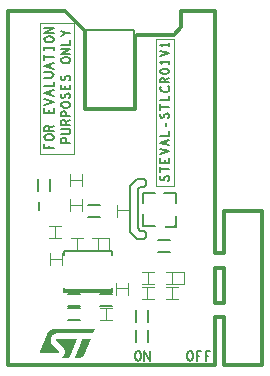
<source format=gbr>
G04 ================== begin FILE IDENTIFICATION RECORD ==================*
G04 Layout Name:  STEVAL-STLCR01V1.brd*
G04 Film Name:    STEVAL-STLCR01V1-07SST.GBR*
G04 File Format:  Gerber RS274X*
G04 File Origin:  Cadence Allegro 16.5-P002*
G04 Origin Date:  Wed May 18 11:18:33 2016*
G04 *
G04 Layer:  REF DES/SILKSCREEN_TOP*
G04 Layer:  PACKAGE GEOMETRY/SILKSCREEN_TOP*
G04 Layer:  BOARD GEOMETRY/TOOLING_CORNERS*
G04 Layer:  BOARD GEOMETRY/SILKSCREEN_TOP*
G04 *
G04 Offset:    (0.0000 0.0000)*
G04 Mirror:    No*
G04 Mode:      Positive*
G04 Rotation:  0*
G04 FullContactRelief:  No*
G04 UndefLineWidth:     0.1500*
G04 ================== end FILE IDENTIFICATION RECORD ====================*
%FSLAX25Y25*MOMM*%
%IR0*IPPOS*OFA0.00000B0.00000*MIA0B0*SFA1.00000B1.00000*%
%ADD10C,.1*%
%ADD11C,.2*%
%ADD12C,.3*%
%ADD13C,.15*%
%ADD14C,.1524*%
G75*
%LPD*%
G75*
G36*
G01X633510Y223800D02*
X633240Y223560D01*
X633100Y223460D01*
X632970Y223370D01*
X632830Y223300D01*
X632690Y223250D01*
X632550Y223200D01*
X632420Y223180D01*
X632280Y223170D01*
X631940Y223120D01*
X631760Y223040D01*
X631560Y222930D01*
X631330Y222760D01*
X631070Y222550D01*
X630770Y222280D01*
X630430Y221950D01*
X630030Y221550D01*
X629300Y220800D01*
X629030Y220500D01*
X628820Y220240D01*
X628660Y220020D01*
X628550Y219820D01*
X628470Y219640D01*
X628430Y219470D01*
X628420Y219300D01*
X628390Y219030D01*
X628360Y218890D01*
X628310Y218760D01*
X628250Y218640D01*
X628180Y218510D01*
X628100Y218400D01*
X628000Y218280D01*
X627900Y218180D01*
X627710Y217960D01*
X627620Y217850D01*
X627550Y217730D01*
X627490Y217600D01*
X627440Y217480D01*
X627410Y217360D01*
X627390Y217240D01*
X627380Y217140D01*
X627340Y216900D01*
X627300Y216770D01*
X627240Y216640D01*
X627170Y216500D01*
X627080Y216360D01*
X626980Y216230D01*
X626870Y216100D01*
X626750Y215970D01*
X626500Y215700D01*
X626400Y215570D01*
X626320Y215430D01*
X626250Y215290D01*
X626200Y215150D01*
X626160Y215010D01*
X626130Y214870D01*
Y214720D01*
X626100Y214440D01*
X626060Y214310D01*
X626000Y214170D01*
X625930Y214030D01*
X625850Y213890D01*
X625750Y213760D01*
X625630Y213630D01*
X625500Y213490D01*
X625200Y213180D01*
X625100Y213030D01*
X625020Y212880D01*
X624960Y212710D01*
X624920Y212520D01*
X624890Y212300D01*
X624880Y212040D01*
Y211720D01*
X624860Y211170D01*
X624840Y210950D01*
X624800Y210760D01*
X624750Y210600D01*
X624680Y210460D01*
X624600Y210320D01*
X624490Y210190D01*
X624350Y210060D01*
X624150Y209840D01*
X624070Y209720D01*
X624000Y209600D01*
X623940Y209470D01*
X623890Y209340D01*
X623860Y209200D01*
X623840Y209060D01*
X623830Y208910D01*
X623800Y208620D01*
X623770Y208480D01*
X623720Y208340D01*
X623650Y208210D01*
X623560Y208070D01*
X623460Y207940D01*
X623340Y207800D01*
X623210Y207670D01*
X622910Y207350D01*
X622800Y207200D01*
X622720Y207050D01*
X622660Y206880D01*
X622620Y206690D01*
X622600Y206470D01*
X622590Y206210D01*
X622580Y205900D01*
X622570Y205340D01*
X622540Y205120D01*
X622510Y204940D01*
X622460Y204770D01*
X622390Y204630D01*
X622300Y204500D01*
X622190Y204370D01*
X622060Y204230D01*
X621870Y204020D01*
X621790Y203900D01*
X621710Y203780D01*
X621650Y203650D01*
X621610Y203530D01*
X621570Y203400D01*
X621550Y203280D01*
X621540Y203170D01*
X621510Y202910D01*
X621470Y202770D01*
X621410Y202630D01*
X621340Y202490D01*
X621250Y202350D01*
X621150Y202210D01*
X621040Y202080D01*
X620910Y201940D01*
X620620Y201600D01*
X620510Y201450D01*
X620430Y201290D01*
X620370Y201120D01*
X620330Y200920D01*
X620310Y200700D01*
X620290Y200430D01*
Y200110D01*
X620270Y199500D01*
X620250Y199270D01*
X620210Y199080D01*
X620160Y198910D01*
X620080Y198760D01*
X619970Y198610D01*
X619830Y198460D01*
X619660Y198300D01*
X619420Y198030D01*
X619320Y197900D01*
X619230Y197760D01*
X619160Y197630D01*
X619110Y197490D01*
X619070Y197360D01*
X619050Y197220D01*
X619040Y197090D01*
X619010Y196830D01*
X618980Y196700D01*
X618930Y196570D01*
X618870Y196450D01*
X618800Y196330D01*
X618720Y196210D01*
X618620Y196100D01*
X618520Y195990D01*
X618320Y195780D01*
X618240Y195660D01*
X618170Y195540D01*
X618110Y195420D01*
X618060Y195290D01*
X618030Y195160D01*
X618000Y195030D01*
Y194910D01*
X617960Y194650D01*
X617930Y194520D01*
X617870Y194390D01*
X617800Y194250D01*
X617720Y194120D01*
X617620Y193990D01*
X617500Y193850D01*
X617370Y193720D01*
X617060Y193410D01*
X616960Y193260D01*
X616880Y193110D01*
X616820Y192940D01*
X616780Y192740D01*
X616760Y192510D01*
X616750Y192240D01*
X616740Y191910D01*
X616730Y191320D01*
X616700Y191100D01*
X616660Y190900D01*
X616600Y190730D01*
X616520Y190570D01*
X616420Y190420D01*
X616280Y190250D01*
X616120Y190080D01*
X615880Y189810D01*
X615780Y189670D01*
X615700Y189530D01*
X615620Y189390D01*
X615570Y189250D01*
X615530Y189110D01*
X615500Y188980D01*
X615490Y188850D01*
X615460Y188610D01*
X615430Y188490D01*
X615380Y188370D01*
X615320Y188240D01*
X615250Y188120D01*
X615160Y188000D01*
X615070Y187890D01*
X614970Y187790D01*
X614730Y187520D01*
X614640Y187390D01*
X614570Y187240D01*
X614520Y187070D01*
X614490Y186870D01*
X614470Y186640D01*
X614450Y186370D01*
Y186040D01*
X614430Y185410D01*
X614400Y185170D01*
X614360Y184980D01*
X614300Y184820D01*
X614220Y184670D01*
X614120Y184540D01*
X613990Y184400D01*
X613830Y184250D01*
X613560Y184020D01*
X613460Y183900D01*
X613380Y183780D01*
X613310Y183650D01*
X613260Y183530D01*
X613230Y183390D01*
X613210Y183250D01*
X613200Y183100D01*
X613170Y182820D01*
X613140Y182680D01*
X613090Y182550D01*
X613030Y182420D01*
X612960Y182300D01*
X612880Y182180D01*
X612780Y182070D01*
X612680Y181960D01*
X612490Y181750D01*
X612400Y181630D01*
X612330Y181510D01*
X612270Y181380D01*
X612220Y181260D01*
X612190Y181130D01*
X612170Y181010D01*
X612160Y180900D01*
X612120Y180640D01*
X612080Y180500D01*
X612030Y180360D01*
X611960Y180220D01*
X611870Y180080D01*
X611770Y179940D01*
X611660Y179800D01*
X611530Y179670D01*
X611230Y179330D01*
X611130Y179180D01*
X611050Y179020D01*
X610990Y178850D01*
X610950Y178650D01*
X610920Y178430D01*
X610910Y178160D01*
Y177840D01*
X610890Y177230D01*
X610870Y177000D01*
X610830Y176810D01*
X610770Y176640D01*
X610690Y176490D01*
X610590Y176340D01*
X610450Y176190D01*
X610280Y176030D01*
X609980Y175710D01*
X609880Y175560D01*
X609800Y175410D01*
X609740Y175250D01*
X609700Y175060D01*
X609670Y174830D01*
X609660Y174570D01*
Y174260D01*
X609640Y173700D01*
X609620Y173480D01*
X609580Y173300D01*
X609530Y173140D01*
X609460Y172990D01*
X609380Y172860D01*
X609270Y172730D01*
X609130Y172590D01*
X608930Y172370D01*
X608850Y172260D01*
X608780Y172130D01*
X608720Y172000D01*
X608670Y171870D01*
X608640Y171730D01*
X608620Y171590D01*
X608610Y171450D01*
X608590Y171160D01*
X608550Y171030D01*
X608500Y170900D01*
X608440Y170780D01*
X608350Y170660D01*
X608250Y170540D01*
X608130Y170420D01*
X607990Y170300D01*
X607730Y170050D01*
X607630Y169930D01*
X607550Y169800D01*
X607480Y169670D01*
X607430Y169530D01*
X607400Y169390D01*
X607370Y169230D01*
X607360Y169060D01*
X607330Y168730D01*
X607290Y168580D01*
X607240Y168440D01*
X607180Y168310D01*
X607100Y168190D01*
X607000Y168060D01*
X606880Y167940D01*
X606740Y167810D01*
X606430Y167530D01*
X606320Y167400D01*
X606240Y167260D01*
X606190Y167100D01*
X606150Y166920D01*
X606130Y166690D01*
X606110Y166410D01*
Y166080D01*
X606100Y165480D01*
X606070Y165250D01*
X606040Y165060D01*
X605990Y164890D01*
X605920Y164750D01*
X605830Y164620D01*
X605720Y164490D01*
X605590Y164350D01*
X605350Y164090D01*
X605260Y163960D01*
X605190Y163810D01*
X605140Y163650D01*
X605110Y163460D01*
X605080Y163230D01*
X605070Y162960D01*
Y162640D01*
X605050Y162040D01*
X605030Y161810D01*
X604990Y161620D01*
X604940Y161460D01*
X604860Y161300D01*
X604750Y161160D01*
X604610Y161000D01*
X604440Y160830D01*
X604200Y160570D01*
X604100Y160430D01*
X604010Y160300D01*
X603940Y160170D01*
X603890Y160030D01*
X603850Y159900D01*
X603830Y159770D01*
X603820Y159650D01*
X603790Y159390D01*
X603750Y159270D01*
X603700Y159140D01*
X603640Y159010D01*
X603570Y158890D01*
X603490Y158780D01*
X603400Y158670D01*
X603300Y158570D01*
X603100Y158350D01*
X603010Y158230D01*
X602940Y158110D01*
X602880Y157980D01*
X602840Y157850D01*
X602800Y157720D01*
X602780Y157590D01*
Y157460D01*
X602740Y157200D01*
X602710Y157060D01*
X602650Y156930D01*
X602580Y156790D01*
X602500Y156660D01*
X602400Y156520D01*
X602280Y156390D01*
X602150Y156250D01*
X601840Y155930D01*
X601740Y155780D01*
X601660Y155630D01*
X601600Y155460D01*
X601560Y155260D01*
X601540Y155030D01*
X601530Y154740D01*
X601520Y154400D01*
X601500Y153770D01*
X601470Y153540D01*
X601430Y153340D01*
X601380Y153180D01*
X601300Y153030D01*
X601190Y152900D01*
X601060Y152760D01*
X600900Y152610D01*
X600640Y152380D01*
X600530Y152260D01*
X600450Y152140D01*
X600380Y152020D01*
X600330Y151890D01*
X600300Y151760D01*
X600280Y151620D01*
X600270Y151470D01*
X600250Y151180D01*
X600210Y151050D01*
X600170Y150910D01*
X600110Y150780D01*
X600040Y150660D01*
X599950Y150540D01*
X599860Y150430D01*
X599750Y150320D01*
X599510Y150060D01*
X599420Y149920D01*
X599350Y149780D01*
X599300Y149620D01*
X599270Y149430D01*
X599250Y149210D01*
X599230Y148960D01*
Y148660D01*
X599210Y148080D01*
X599190Y147860D01*
X599150Y147670D01*
X599090Y147500D01*
X599010Y147350D01*
X598900Y147200D01*
X598770Y147050D01*
X598610Y146890D01*
X598350Y146620D01*
X598250Y146480D01*
X598160Y146350D01*
X598100Y146210D01*
X598050Y146070D01*
X598010Y145930D01*
X597990Y145790D01*
X597980Y145640D01*
X597950Y145350D01*
X597920Y145210D01*
X597860Y145070D01*
X597800Y144930D01*
X597710Y144800D01*
X597610Y144660D01*
X597490Y144530D01*
X597350Y144390D01*
X597110Y144120D01*
X597010Y143990D01*
X596920Y143860D01*
X596850Y143720D01*
X596800Y143580D01*
X596760Y143450D01*
X596740Y143320D01*
X596730Y143180D01*
X596700Y142920D01*
X596670Y142790D01*
X596620Y142660D01*
X596560Y142540D01*
X596490Y142420D01*
X596410Y142300D01*
X596310Y142190D01*
X596210Y142080D01*
X595970Y141830D01*
X595880Y141690D01*
X595810Y141550D01*
X595760Y141390D01*
X595720Y141200D01*
X595700Y140970D01*
X595690Y140710D01*
Y140390D01*
X595670Y139780D01*
X595650Y139560D01*
X595610Y139370D01*
X595550Y139210D01*
X595470Y139070D01*
X595370Y138940D01*
X595230Y138810D01*
X595060Y138670D01*
X594810Y138410D01*
X594710Y138290D01*
X594630Y138160D01*
X594560Y138040D01*
X594510Y137900D01*
X594470Y137760D01*
X594450Y137610D01*
X594440Y137440D01*
X594410Y137140D01*
X594380Y137010D01*
X594340Y136880D01*
X594290Y136760D01*
X594220Y136650D01*
X594130Y136540D01*
X594030Y136430D01*
X593910Y136340D01*
X593710Y136140D01*
X593620Y136030D01*
X593550Y135920D01*
X593490Y135810D01*
X593450Y135680D01*
X593420Y135550D01*
X593400Y135410D01*
X593390Y135250D01*
X593360Y134950D01*
X593330Y134800D01*
X593280Y134660D01*
X593210Y134530D01*
X593120Y134390D01*
X593020Y134260D01*
X592900Y134120D01*
X592770Y133980D01*
X592470Y133670D01*
X592360Y133520D01*
X592280Y133370D01*
X592220Y133200D01*
X592180Y133010D01*
X592160Y132790D01*
X592150Y132530D01*
X592140Y132210D01*
X592130Y131640D01*
X592100Y131420D01*
X592060Y131230D01*
X592000Y131060D01*
X591920Y130910D01*
X591810Y130760D01*
X591680Y130610D01*
X591520Y130450D01*
X591260Y130170D01*
X591160Y130040D01*
X591080Y129900D01*
X591010Y129770D01*
X590960Y129630D01*
X590920Y129490D01*
X590900Y129350D01*
X590890Y129200D01*
X590860Y128910D01*
X590830Y128780D01*
X590780Y128640D01*
X590720Y128510D01*
X590650Y128390D01*
X590570Y128270D01*
X590480Y128160D01*
X590370Y128050D01*
X590170Y127830D01*
X590090Y127710D01*
X590020Y127590D01*
X589960Y127460D01*
X589910Y127330D01*
X589880Y127190D01*
X589860Y127060D01*
X589850Y126930D01*
X589810Y126640D01*
X589770Y126510D01*
X589720Y126380D01*
X589650Y126250D01*
X589570Y126130D01*
X589470Y126010D01*
X589350Y125890D01*
X589220Y125760D01*
X588920Y125490D01*
X588810Y125350D01*
X588730Y125210D01*
X588670Y125050D01*
X588640Y124850D01*
X588610Y124620D01*
X588600Y124330D01*
Y123970D01*
X588590Y123340D01*
X588560Y123100D01*
X588530Y122910D01*
X588480Y122750D01*
X588420Y122610D01*
X588330Y122490D01*
X588220Y122380D01*
X588080Y122270D01*
X587880Y122070D01*
X587790Y121970D01*
X587720Y121860D01*
X587660Y121740D01*
X587620Y121630D01*
X587580Y121500D01*
X587560Y121380D01*
Y121250D01*
X587520Y120980D01*
X587490Y120850D01*
X587430Y120710D01*
X587360Y120570D01*
X587280Y120440D01*
X587180Y120310D01*
X587060Y120170D01*
X586930Y120040D01*
X586670Y119770D01*
X586570Y119630D01*
X586490Y119500D01*
X586420Y119360D01*
X586370Y119220D01*
X586330Y119080D01*
X586310Y118940D01*
X586300Y118790D01*
X586280Y118500D01*
X586240Y118360D01*
X586190Y118220D01*
X586120Y118080D01*
X586040Y117950D01*
X585930Y117810D01*
X585820Y117680D01*
X585680Y117540D01*
X585380Y117230D01*
X585280Y117080D01*
X585200Y116920D01*
X585140Y116760D01*
X585100Y116570D01*
X585070Y116350D01*
X585060Y116080D01*
X585050Y115770D01*
X585040Y115220D01*
X585020Y115000D01*
X584980Y114810D01*
X584930Y114650D01*
X584860Y114510D01*
X584770Y114370D01*
X584670Y114240D01*
X584530Y114110D01*
X584330Y113890D01*
X584250Y113770D01*
X584180Y113640D01*
X584120Y113520D01*
X584070Y113380D01*
X584040Y113250D01*
X584020Y113110D01*
X584010Y112960D01*
X583980Y112670D01*
X583950Y112530D01*
X583890Y112390D01*
X583830Y112250D01*
X583740Y112120D01*
X583640Y111990D01*
X583520Y111850D01*
X583390Y111710D01*
X583090Y111400D01*
X582980Y111250D01*
X582900Y111100D01*
X582840Y110930D01*
X582800Y110740D01*
X582780Y110520D01*
X582760Y110260D01*
Y109940D01*
X582740Y109370D01*
X582720Y109150D01*
X582680Y108960D01*
X582620Y108790D01*
X582540Y108640D01*
X582430Y108490D01*
X582300Y108340D01*
X582130Y108170D01*
X581890Y107910D01*
X581790Y107770D01*
X581700Y107640D01*
X581630Y107500D01*
X581580Y107370D01*
X581540Y107230D01*
X581520Y107100D01*
X581510Y106970D01*
X581480Y106700D01*
X581450Y106580D01*
X581400Y106450D01*
X581340Y106320D01*
X581270Y106200D01*
X581190Y106080D01*
X581090Y105970D01*
X580990Y105860D01*
X580790Y105650D01*
X580700Y105540D01*
X580630Y105420D01*
X580570Y105290D01*
X580530Y105160D01*
X580490Y105040D01*
X580470Y104910D01*
Y104780D01*
X580440Y104520D01*
X580400Y104380D01*
X580340Y104250D01*
X580270Y104110D01*
X580190Y103980D01*
X580090Y103840D01*
X579970Y103710D01*
X579840Y103570D01*
X579550Y103260D01*
X579440Y103110D01*
X579360Y102960D01*
X579310Y102780D01*
X579270Y102590D01*
X579240Y102360D01*
X579230Y102090D01*
X579220Y101760D01*
X579200Y101190D01*
X579180Y100960D01*
X579140Y100770D01*
X579090Y100610D01*
X579020Y100460D01*
X578940Y100330D01*
X578830Y100210D01*
X578690Y100080D01*
X578450Y99810D01*
X578360Y99680D01*
X578300Y99530D01*
X578250Y99370D01*
X578210Y99170D01*
X578190Y98940D01*
X578180Y98660D01*
X578170Y98330D01*
X578160Y97700D01*
X578140Y97460D01*
X578100Y97270D01*
X578040Y97110D01*
X577960Y96970D01*
X577850Y96840D01*
X577720Y96700D01*
X577550Y96560D01*
X577280Y96300D01*
X577180Y96180D01*
X577100Y96050D01*
X577030Y95920D01*
X576980Y95790D01*
X576950Y95640D01*
X576930Y95490D01*
X576920Y95330D01*
X576890Y95020D01*
X576850Y94880D01*
X576800Y94750D01*
X576730Y94620D01*
X576650Y94490D01*
X576550Y94370D01*
X576430Y94250D01*
X576300Y94130D01*
X576030Y93890D01*
X575930Y93770D01*
X575850Y93650D01*
X575780Y93530D01*
X575730Y93400D01*
X575700Y93270D01*
X575680Y93130D01*
X575670Y92980D01*
X575640Y92700D01*
X575610Y92560D01*
X575560Y92430D01*
X575500Y92300D01*
X575430Y92170D01*
X575350Y92060D01*
X575260Y91940D01*
X575150Y91840D01*
X574910Y91570D01*
X574820Y91440D01*
X574750Y91290D01*
X574700Y91130D01*
X574670Y90940D01*
X574640Y90730D01*
X574630Y90470D01*
Y90170D01*
X574610Y89600D01*
X574590Y89370D01*
X574550Y89180D01*
X574490Y89020D01*
X574410Y88860D01*
X574300Y88720D01*
X574170Y88570D01*
X574000Y88400D01*
X573750Y88130D01*
X573650Y87990D01*
X573560Y87860D01*
X573490Y87720D01*
X573440Y87590D01*
X573410Y87450D01*
X573390Y87300D01*
X573380Y87150D01*
X573350Y86860D01*
X573310Y86720D01*
X573260Y86580D01*
X573190Y86450D01*
X573110Y86310D01*
X573010Y86180D01*
X572890Y86040D01*
X572750Y85900D01*
X572460Y85590D01*
X572350Y85440D01*
X572270Y85290D01*
X572210Y85120D01*
X572170Y84930D01*
X572140Y84710D01*
X572130Y84450D01*
Y84130D01*
X572110Y83580D01*
X572090Y83360D01*
X572050Y83170D01*
X572000Y83010D01*
X571940Y82870D01*
X571850Y82730D01*
X571740Y82600D01*
X571610Y82470D01*
X571410Y82250D01*
X571320Y82130D01*
X571250Y82000D01*
X571190Y81870D01*
X571150Y81740D01*
X571110Y81610D01*
X571090Y81480D01*
X571080Y81350D01*
X571050Y81060D01*
X571020Y80920D01*
X570960Y80780D01*
X570890Y80640D01*
X570810Y80500D01*
X570710Y80360D01*
X570590Y80230D01*
X570460Y80100D01*
X570210Y79830D01*
X570110Y79700D01*
X570030Y79560D01*
X569960Y79430D01*
X569900Y79290D01*
X569860Y79160D01*
X569840Y79020D01*
X569830Y78890D01*
X569810Y78640D01*
X569770Y78510D01*
X569730Y78380D01*
X569670Y78260D01*
X569600Y78130D01*
X569510Y78020D01*
X569420Y77910D01*
X569310Y77810D01*
X569070Y77540D01*
X568980Y77410D01*
X568920Y77270D01*
X568860Y77100D01*
X568830Y76910D01*
X568810Y76680D01*
X568790Y76400D01*
Y76080D01*
X568780Y75470D01*
X568750Y75240D01*
X568720Y75060D01*
X568660Y74900D01*
X568580Y74760D01*
X568470Y74630D01*
X568340Y74500D01*
X568170Y74350D01*
X567920Y74110D01*
X567820Y73990D01*
X567740Y73860D01*
X567670Y73740D01*
X567620Y73610D01*
X567580Y73480D01*
X567550Y73330D01*
X567540Y73190D01*
X567510Y72910D01*
X567470Y72770D01*
X567420Y72630D01*
X567350Y72500D01*
X567260Y72360D01*
X567160Y72230D01*
X567050Y72090D01*
X566910Y71960D01*
X566610Y71640D01*
X566500Y71490D01*
X566420Y71340D01*
X566360Y71170D01*
X566330Y70970D01*
X566300Y70740D01*
X566290Y70460D01*
Y70130D01*
X566270Y69530D01*
X566250Y69300D01*
X566220Y69110D01*
X566170Y68940D01*
X566100Y68800D01*
X566010Y68660D01*
X565900Y68530D01*
X565770Y68400D01*
X565580Y68190D01*
X565490Y68070D01*
X565420Y67950D01*
X565360Y67830D01*
X565310Y67700D01*
X565280Y67570D01*
X565250Y67440D01*
Y67320D01*
X565220Y67060D01*
X565180Y66930D01*
X565120Y66800D01*
X565050Y66660D01*
X564970Y66530D01*
X564870Y66400D01*
X564750Y66260D01*
X564620Y66130D01*
X564320Y65820D01*
X564210Y65670D01*
X564130Y65520D01*
X564070Y65350D01*
X564030Y65150D01*
X564010Y64930D01*
X564000Y64650D01*
Y64320D01*
X563980Y63730D01*
X563950Y63510D01*
X563910Y63310D01*
X563850Y63140D01*
X563770Y62980D01*
X563670Y62830D01*
X563530Y62660D01*
X563370Y62490D01*
X562900Y61900D01*
X562800Y61630D01*
X562790Y61350D01*
X562880Y61050D01*
X563080Y60720D01*
X563390Y60320D01*
X563820Y59860D01*
X564370Y59300D01*
X565980Y57700D01*
X581910D01*
X597810D01*
X598310Y58220D01*
X598590Y58480D01*
X598730Y58570D01*
X598900Y58640D01*
X599120Y58680D01*
X599380Y58710D01*
X599720Y58730D01*
X600130Y58740D01*
X600650D01*
X601620Y58750D01*
X601950Y58770D01*
X602210Y58800D01*
X602410Y58860D01*
X602570Y58940D01*
X602700Y59040D01*
X602840Y59190D01*
X602980Y59370D01*
X603260Y59690D01*
X603400Y59800D01*
X603560Y59880D01*
X603760Y59930D01*
X604010Y59960D01*
X604350Y59980D01*
X604780Y59990D01*
X605320D01*
X606250Y60000D01*
X606590Y60020D01*
X606850Y60050D01*
X607060Y60100D01*
X607230Y60160D01*
X607380Y60250D01*
X607520Y60370D01*
X607650Y60510D01*
X607920Y60750D01*
X608050Y60840D01*
X608200Y60910D01*
X608360Y60960D01*
X608560Y60990D01*
X608790Y61020D01*
X609060Y61030D01*
X609380D01*
X610000Y61050D01*
X610220Y61070D01*
X610410Y61110D01*
X610570Y61160D01*
X610710Y61240D01*
X610840Y61350D01*
X610970Y61490D01*
X611120Y61660D01*
X611360Y61910D01*
X611480Y62010D01*
X611610Y62090D01*
X611740Y62160D01*
X611870Y62210D01*
X612010Y62240D01*
X612160Y62270D01*
X612320Y62280D01*
X612640Y62310D01*
X612780Y62340D01*
X612910Y62390D01*
X613040Y62460D01*
X613170Y62540D01*
X613300Y62640D01*
X613420Y62760D01*
X613550Y62900D01*
X613830Y63210D01*
X613960Y63320D01*
X614100Y63400D01*
X614260Y63450D01*
X614450Y63490D01*
X614680Y63510D01*
X614960Y63530D01*
X615310D01*
X615970Y63540D01*
X616220Y63580D01*
X616430Y63640D01*
X616630Y63730D01*
X616840Y63880D01*
X617070Y64080D01*
X617350Y64340D01*
X617680Y64670D01*
X618180Y65170D01*
X618390Y65360D01*
X618590Y65510D01*
X618770Y65630D01*
X618930Y65720D01*
X619090Y65770D01*
X619240Y65810D01*
X619390Y65820D01*
X619670Y65850D01*
X619800Y65890D01*
X619940Y65940D01*
X620080Y66010D01*
X620210Y66100D01*
X620350Y66210D01*
X620480Y66330D01*
X620620Y66460D01*
X620900Y66720D01*
X621020Y66820D01*
X621150Y66900D01*
X621260Y66960D01*
X621380Y66990D01*
X621500Y67010D01*
X621610Y67020D01*
X621730Y67000D01*
X621980D01*
X622130Y67050D01*
X622280Y67120D01*
X622460Y67240D01*
X622660Y67390D01*
X622890Y67590D01*
X623150Y67840D01*
X623460Y68130D01*
X624010Y68650D01*
X624250Y68850D01*
X624460Y69020D01*
X624650Y69150D01*
X624820Y69240D01*
X624980Y69310D01*
X625140Y69340D01*
X625290Y69360D01*
X625620Y69420D01*
X625810Y69510D01*
X626010Y69640D01*
X626250Y69810D01*
X626520Y70050D01*
X626840Y70340D01*
X627220Y70700D01*
X627650Y71130D01*
X628450Y71920D01*
X628770Y72210D01*
X629050Y72450D01*
X629280Y72620D01*
X629490Y72750D01*
X629670Y72840D01*
X629840Y72880D01*
X630000Y72900D01*
X630380Y73000D01*
X630630Y73140D01*
X630940Y73370D01*
X631320Y73690D01*
X631790Y74120D01*
X632370Y74670D01*
X633070Y75350D01*
X633900Y76180D01*
X635400Y77700D01*
X635950Y78270D01*
X636380Y78740D01*
X636700Y79120D01*
X636930Y79430D01*
X637070Y79670D01*
X637150Y79880D01*
X637180Y80060D01*
X637240Y80380D01*
X637330Y80560D01*
X637460Y80770D01*
X637630Y81010D01*
X637870Y81290D01*
X638160Y81610D01*
X638520Y81990D01*
X638950Y82430D01*
X639710Y83210D01*
X640000Y83530D01*
X640240Y83800D01*
X640420Y84050D01*
X640560Y84260D01*
X640650Y84440D01*
X640700Y84610D01*
X640720Y84760D01*
X640770Y85040D01*
X640840Y85200D01*
X640930Y85370D01*
X641050Y85550D01*
X641210Y85760D01*
X641400Y85980D01*
X641610Y86220D01*
X641870Y86490D01*
X642360Y87000D01*
X642540Y87230D01*
X642700Y87430D01*
X642820Y87620D01*
X642910Y87790D01*
X642970Y87950D01*
X643000Y88110D01*
X643010Y88260D01*
X643050Y88510D01*
X643080Y88640D01*
X643140Y88770D01*
X643210Y88910D01*
X643290Y89040D01*
X643390Y89180D01*
X643510Y89310D01*
X643640Y89440D01*
X643900Y89720D01*
X644000Y89850D01*
X644080Y89980D01*
X644150Y90120D01*
X644200Y90260D01*
X644240Y90400D01*
X644260Y90540D01*
X644270Y90690D01*
X644290Y91000D01*
X644330Y91130D01*
X644380Y91260D01*
X644440Y91380D01*
X644520Y91490D01*
X644630Y91610D01*
X644750Y91720D01*
X644890Y91840D01*
X645150Y92070D01*
X645260Y92180D01*
X645340Y92290D01*
X645410Y92410D01*
X645460Y92540D01*
X645490Y92680D01*
X645510Y92820D01*
X645520Y92980D01*
X645540Y93270D01*
X645580Y93400D01*
X645620Y93540D01*
X645680Y93660D01*
X645750Y93790D01*
X645840Y93910D01*
X645930Y94020D01*
X646040Y94130D01*
X646240Y94350D01*
X646320Y94460D01*
X646390Y94590D01*
X646450Y94720D01*
X646500Y94850D01*
X646530Y94990D01*
X646550Y95130D01*
X646560Y95270D01*
X646590Y95560D01*
X646620Y95700D01*
X646680Y95840D01*
X646740Y95980D01*
X646830Y96110D01*
X646930Y96250D01*
X647050Y96380D01*
X647180Y96520D01*
X647420Y96780D01*
X647520Y96910D01*
X647610Y97040D01*
X647680Y97180D01*
X647740Y97310D01*
X647780Y97450D01*
X647800Y97580D01*
X647810Y97710D01*
X647840Y97950D01*
X647880Y98090D01*
X647940Y98220D01*
X648010Y98360D01*
X648100Y98500D01*
X648200Y98640D01*
X648310Y98780D01*
X648440Y98910D01*
X648730Y99250D01*
X648840Y99410D01*
X648920Y99560D01*
X648980Y99730D01*
X649020Y99930D01*
X649040Y100150D01*
X649060Y100410D01*
Y100720D01*
X649080Y101280D01*
X649100Y101490D01*
X649130Y101670D01*
X649180Y101830D01*
X649250Y101970D01*
X649340Y102110D01*
X649450Y102230D01*
X649580Y102370D01*
X649790Y102590D01*
X649870Y102710D01*
X649950Y102830D01*
X650000Y102960D01*
X650050Y103100D01*
X650080Y103240D01*
X650100Y103380D01*
Y103530D01*
X650140Y103840D01*
X650180Y103990D01*
X650230Y104120D01*
X650290Y104250D01*
X650380Y104370D01*
X650480Y104490D01*
X650590Y104620D01*
X650730Y104740D01*
X651030Y105020D01*
X651140Y105150D01*
X651220Y105290D01*
X651280Y105440D01*
X651320Y105630D01*
X651340Y105860D01*
X651350Y106130D01*
Y106470D01*
X651370Y107050D01*
X651390Y107270D01*
X651430Y107460D01*
X651480Y107620D01*
X651550Y107770D01*
X651630Y107900D01*
X651740Y108030D01*
X651880Y108150D01*
X652080Y108370D01*
X652160Y108490D01*
X652230Y108610D01*
X652290Y108740D01*
X652340Y108860D01*
X652370Y108990D01*
X652390Y109130D01*
X652400Y109260D01*
X652430Y109520D01*
X652470Y109660D01*
X652520Y109790D01*
X652590Y109930D01*
X652670Y110060D01*
X652770Y110200D01*
X652890Y110330D01*
X653020Y110460D01*
X653280Y110740D01*
X653380Y110870D01*
X653460Y111010D01*
X653530Y111140D01*
X653580Y111280D01*
X653620Y111420D01*
X653640Y111560D01*
X653650Y111710D01*
X653680Y112010D01*
X653710Y112150D01*
X653760Y112290D01*
X653830Y112420D01*
X653920Y112550D01*
X654020Y112690D01*
X654140Y112820D01*
X654270Y112960D01*
X654570Y113280D01*
X654680Y113430D01*
X654760Y113580D01*
X654820Y113750D01*
X654860Y113930D01*
X654880Y114160D01*
X654890Y114420D01*
X654900Y114730D01*
X654910Y115290D01*
X654940Y115510D01*
X654970Y115690D01*
X655020Y115850D01*
X655090Y116000D01*
X655180Y116130D01*
X655290Y116260D01*
X655420Y116400D01*
X655660Y116660D01*
X655750Y116800D01*
X655820Y116940D01*
X655870Y117100D01*
X655900Y117290D01*
X655930Y117500D01*
X655940Y117760D01*
Y118060D01*
X655960Y118640D01*
X655980Y118870D01*
X656020Y119060D01*
X656080Y119220D01*
X656160Y119380D01*
X656270Y119530D01*
X656400Y119680D01*
X656570Y119850D01*
X656810Y120120D01*
X656910Y120250D01*
X657000Y120390D01*
X657070Y120530D01*
X657120Y120670D01*
X657160Y120810D01*
X657180Y120960D01*
X657190Y121100D01*
X657220Y121380D01*
X657260Y121520D01*
X657320Y121650D01*
X657380Y121790D01*
X657470Y121930D01*
X657570Y122060D01*
X657690Y122200D01*
X657820Y122330D01*
X658110Y122640D01*
X658220Y122790D01*
X658300Y122940D01*
X658360Y123110D01*
X658400Y123300D01*
X658430Y123520D01*
X658440Y123790D01*
Y124100D01*
X658460Y124650D01*
X658480Y124870D01*
X658520Y125060D01*
X658570Y125220D01*
X658630Y125360D01*
X658720Y125500D01*
X658830Y125630D01*
X658960Y125760D01*
X659160Y125980D01*
X659250Y126100D01*
X659320Y126220D01*
X659380Y126350D01*
X659420Y126490D01*
X659460Y126620D01*
X659480Y126760D01*
X659490Y126910D01*
X659510Y127200D01*
X659550Y127340D01*
X659600Y127480D01*
X659670Y127610D01*
X659750Y127750D01*
X659860Y127880D01*
X659970Y128020D01*
X660110Y128160D01*
X660360Y128420D01*
X660460Y128560D01*
X660540Y128690D01*
X660610Y128820D01*
X660670Y128960D01*
X660710Y129090D01*
X660730Y129220D01*
X660740Y129340D01*
X660770Y129600D01*
X660800Y129720D01*
X660850Y129850D01*
X660910Y129980D01*
X660980Y130100D01*
X661070Y130210D01*
X661160Y130320D01*
X661260Y130420D01*
X661500Y130690D01*
X661590Y130820D01*
X661650Y130970D01*
X661710Y131130D01*
X661740Y131330D01*
X661760Y131550D01*
X661780Y131830D01*
Y132150D01*
X661790Y132760D01*
X661820Y132990D01*
X661850Y133180D01*
X661910Y133330D01*
X661990Y133470D01*
X662100Y133600D01*
X662230Y133740D01*
X662400Y133880D01*
X662670Y134130D01*
X662770Y134260D01*
X662850Y134390D01*
X662910Y134520D01*
X662960Y134650D01*
X663000Y134800D01*
X663020Y134960D01*
X663030Y135130D01*
X663060Y135460D01*
X663100Y135610D01*
X663150Y135740D01*
X663210Y135870D01*
X663290Y136000D01*
X663390Y136120D01*
X663510Y136250D01*
X663660Y136380D01*
X663920Y136610D01*
X664020Y136730D01*
X664100Y136850D01*
X664170Y136970D01*
X664220Y137100D01*
X664250Y137230D01*
X664270Y137370D01*
X664280Y137520D01*
X664310Y137810D01*
X664340Y137940D01*
X664390Y138080D01*
X664450Y138210D01*
X664520Y138330D01*
X664600Y138450D01*
X664700Y138560D01*
X664800Y138670D01*
X665040Y138930D01*
X665130Y139070D01*
X665200Y139210D01*
X665250Y139370D01*
X665290Y139560D01*
X665310Y139780D01*
X665320Y140030D01*
Y140330D01*
X665340Y140910D01*
X665360Y141130D01*
X665410Y141320D01*
X665460Y141490D01*
X665550Y141640D01*
X665650Y141790D01*
X665780Y141940D01*
X665950Y142100D01*
X666200Y142370D01*
X666310Y142510D01*
X666390Y142640D01*
X666460Y142780D01*
X666510Y142920D01*
X666550Y143060D01*
X666570Y143200D01*
Y143350D01*
X666600Y143640D01*
X666640Y143790D01*
X666690Y143920D01*
X666760Y144060D01*
X666840Y144190D01*
X666940Y144330D01*
X667060Y144460D01*
X667200Y144600D01*
X667450Y144870D01*
X667550Y145000D01*
X667630Y145140D01*
X667700Y145270D01*
X667760Y145410D01*
X667790Y145540D01*
X667820Y145670D01*
Y145810D01*
X667850Y146070D01*
X667890Y146200D01*
X667930Y146330D01*
X667990Y146450D01*
X668060Y146570D01*
X668150Y146690D01*
X668240Y146800D01*
X668350Y146910D01*
X668590Y147160D01*
X668680Y147300D01*
X668740Y147440D01*
X668790Y147600D01*
X668830Y147790D01*
X668850Y148020D01*
X668860Y148280D01*
X668870Y148600D01*
X668880Y149210D01*
X668900Y149430D01*
X668940Y149620D01*
X669000Y149780D01*
X669080Y149920D01*
X669190Y150050D01*
X669320Y150180D01*
X669490Y150320D01*
X669750Y150580D01*
X669840Y150700D01*
X669930Y150830D01*
X669990Y150950D01*
X670040Y151090D01*
X670080Y151230D01*
X670110Y151380D01*
X670120Y151550D01*
X670140Y151850D01*
X670170Y151980D01*
X670210Y152110D01*
X670270Y152230D01*
X670340Y152340D01*
X670420Y152450D01*
X670520Y152560D01*
X670640Y152650D01*
X670850Y152850D01*
X670930Y152960D01*
X671000Y153070D01*
X671060Y153180D01*
X671100Y153310D01*
X671140Y153440D01*
X671150Y153580D01*
X671160Y153740D01*
X671190Y154040D01*
X671230Y154190D01*
X671280Y154330D01*
X671350Y154460D01*
X671430Y154600D01*
X671530Y154730D01*
X671650Y154870D01*
X671790Y155010D01*
X672080Y155320D01*
X672190Y155470D01*
X672270Y155620D01*
X672330Y155790D01*
X672370Y155980D01*
X672400Y156200D01*
X672410Y156460D01*
Y156780D01*
X672430Y157350D01*
X672450Y157570D01*
X672490Y157760D01*
X672550Y157930D01*
X672630Y158080D01*
X672740Y158230D01*
X672870Y158380D01*
X673040Y158540D01*
X673290Y158820D01*
X673390Y158950D01*
X673480Y159090D01*
X673550Y159220D01*
X673600Y159360D01*
X673630Y159500D01*
X673660Y159640D01*
Y159790D01*
X673690Y160080D01*
X673720Y160210D01*
X673770Y160350D01*
X673830Y160480D01*
X673900Y160600D01*
X673980Y160720D01*
X674080Y160830D01*
X674180Y160940D01*
X674430Y161200D01*
X674510Y161340D01*
X674580Y161480D01*
X674630Y161640D01*
X674670Y161830D01*
X674690Y162050D01*
X674700Y162300D01*
X674710Y162600D01*
X674720Y163180D01*
X674750Y163400D01*
X674790Y163590D01*
X674850Y163760D01*
X674930Y163910D01*
X675030Y164060D01*
X675170Y164210D01*
X675330Y164370D01*
X675590Y164650D01*
X675690Y164780D01*
X675770Y164920D01*
X675840Y165050D01*
X675890Y165190D01*
X675930Y165340D01*
X675950Y165490D01*
X675960Y165640D01*
X675980Y165940D01*
X676010Y166070D01*
X676060Y166190D01*
X676110Y166310D01*
X676180Y166420D01*
X676270Y166530D01*
X676370Y166630D01*
X676480Y166720D01*
X676680Y166920D01*
X676760Y167020D01*
X676830Y167130D01*
X676890Y167250D01*
X676940Y167360D01*
X676970Y167490D01*
X676990Y167610D01*
X677000Y167740D01*
X677030Y168010D01*
X677070Y168150D01*
X677120Y168280D01*
X677190Y168420D01*
X677280Y168550D01*
X677380Y168690D01*
X677490Y168820D01*
X677620Y168950D01*
X677930Y169270D01*
X678040Y169420D01*
X678120Y169580D01*
X678170Y169750D01*
X678210Y169950D01*
X678240Y170190D01*
X678250Y170480D01*
Y170820D01*
X678260Y171480D01*
X678280Y171710D01*
X678320Y171910D01*
X678370Y172070D01*
X678450Y172200D01*
X678560Y172330D01*
X678700Y172460D01*
X678870Y172590D01*
X679140Y172820D01*
X679240Y172940D01*
X679320Y173050D01*
X679390Y173170D01*
X679440Y173300D01*
X679470Y173430D01*
X679490Y173580D01*
X679500Y173740D01*
X679530Y174020D01*
X679560Y174160D01*
X679610Y174290D01*
X679670Y174420D01*
X679740Y174540D01*
X679820Y174660D01*
X679920Y174780D01*
X680020Y174880D01*
X680260Y175150D01*
X680350Y175280D01*
X680420Y175430D01*
X680470Y175590D01*
X680510Y175770D01*
X680530Y175990D01*
X680540Y176250D01*
Y176550D01*
X680560Y177130D01*
X680580Y177350D01*
X680630Y177540D01*
X680680Y177710D01*
X680770Y177870D01*
X680870Y178010D01*
X681000Y178170D01*
X681170Y178340D01*
X681420Y178610D01*
X681520Y178740D01*
X681600Y178880D01*
X681670Y179020D01*
X681720Y179160D01*
X681760Y179300D01*
X681790Y179440D01*
Y179590D01*
X681820Y179860D01*
X681860Y180000D01*
X681920Y180140D01*
X681990Y180280D01*
X682070Y180410D01*
X682170Y180550D01*
X682290Y180680D01*
X682420Y180820D01*
X682720Y181130D01*
X682820Y181280D01*
X682900Y181430D01*
X682960Y181600D01*
X683000Y181790D01*
X683030Y182010D01*
X683040Y182270D01*
Y182580D01*
X683060Y183140D01*
X683080Y183360D01*
X683120Y183540D01*
X683170Y183710D01*
X683240Y183850D01*
X683320Y183980D01*
X683430Y184120D01*
X683570Y184250D01*
X683770Y184470D01*
X683850Y184590D01*
X683920Y184710D01*
X683980Y184840D01*
X684030Y184970D01*
X684060Y185110D01*
X684080Y185250D01*
X684090Y185390D01*
X684120Y185690D01*
X684150Y185830D01*
X684200Y185970D01*
X684270Y186100D01*
X684360Y186240D01*
X684460Y186370D01*
X684580Y186510D01*
X684710Y186640D01*
X684960Y186910D01*
X685060Y187040D01*
X685150Y187180D01*
X685210Y187310D01*
X685270Y187440D01*
X685310Y187570D01*
X685330Y187700D01*
X685340Y187830D01*
X685370Y188080D01*
X685400Y188210D01*
X685450Y188340D01*
X685510Y188460D01*
X685590Y188590D01*
X685670Y188700D01*
X685760Y188810D01*
X685860Y188910D01*
X686100Y189180D01*
X686190Y189310D01*
X686260Y189450D01*
X686310Y189620D01*
X686340Y189810D01*
X686370Y190040D01*
X686380Y190310D01*
Y190640D01*
X686390Y191250D01*
X686420Y191480D01*
X686460Y191660D01*
X686510Y191820D01*
X686590Y191960D01*
X686700Y192090D01*
X686840Y192220D01*
X687010Y192370D01*
X687270Y192620D01*
X687370Y192750D01*
X687450Y192870D01*
X687510Y193000D01*
X687560Y193140D01*
X687600Y193290D01*
X687620Y193440D01*
X687630Y193620D01*
X687670Y193950D01*
X687700Y194090D01*
X687750Y194230D01*
X687810Y194360D01*
X687900Y194490D01*
X688000Y194610D01*
X688120Y194740D01*
X688260Y194860D01*
X688560Y195140D01*
X688670Y195270D01*
X688750Y195410D01*
X688810Y195570D01*
X688850Y195760D01*
X688870Y195980D01*
X688880Y196260D01*
Y196590D01*
X688900Y197190D01*
X688920Y197420D01*
X688960Y197610D01*
X689010Y197780D01*
X689070Y197920D01*
X689160Y198060D01*
X689270Y198190D01*
X689400Y198320D01*
X689650Y198580D01*
X689730Y198720D01*
X689800Y198860D01*
X689850Y199020D01*
X689890Y199210D01*
X689910Y199440D01*
X689920Y199710D01*
X689930Y200030D01*
X689940Y200630D01*
X689960Y200860D01*
X690000Y201050D01*
X690060Y201220D01*
X690140Y201370D01*
X690240Y201520D01*
X690380Y201670D01*
X690550Y201840D01*
X690790Y202090D01*
X690890Y202230D01*
X690970Y202360D01*
X691050Y202500D01*
X691100Y202630D01*
X691140Y202770D01*
X691170Y202900D01*
X691180Y203020D01*
X691210Y203270D01*
X691250Y203410D01*
X691310Y203540D01*
X691380Y203680D01*
X691460Y203820D01*
X691560Y203960D01*
X691680Y204100D01*
X691800Y204230D01*
X692040Y204500D01*
X692140Y204640D01*
X692230Y204780D01*
X692300Y204920D01*
X692350Y205060D01*
X692390Y205200D01*
X692420Y205330D01*
X692430Y205460D01*
X692460Y205690D01*
X692490Y205820D01*
X692540Y205940D01*
X692600Y206070D01*
X692670Y206190D01*
X692760Y206310D01*
X692850Y206420D01*
X692950Y206520D01*
X693190Y206790D01*
X693280Y206920D01*
X693350Y207070D01*
X693400Y207240D01*
X693430Y207440D01*
X693450Y207670D01*
X693470Y207940D01*
Y208270D01*
X693490Y208900D01*
X693520Y209140D01*
X693560Y209330D01*
X693620Y209490D01*
X693700Y209640D01*
X693800Y209770D01*
X693930Y209910D01*
X694090Y210060D01*
X694360Y210290D01*
X694460Y210410D01*
X694540Y210530D01*
X694610Y210650D01*
X694660Y210780D01*
X694690Y210920D01*
X694710Y211060D01*
X694720Y211200D01*
X694750Y211490D01*
X694780Y211630D01*
X694830Y211760D01*
X694890Y211890D01*
X694960Y212010D01*
X695040Y212130D01*
X695140Y212240D01*
X695240Y212350D01*
X695480Y212610D01*
X695570Y212750D01*
X695640Y212890D01*
X695690Y213050D01*
X695720Y213240D01*
X695750Y213460D01*
X695760Y213710D01*
Y214010D01*
X695780Y214590D01*
X695800Y214810D01*
X695850Y215000D01*
X695900Y215170D01*
X695990Y215320D01*
X696090Y215470D01*
X696220Y215620D01*
X696390Y215780D01*
X696640Y216060D01*
X696750Y216190D01*
X696830Y216320D01*
X696900Y216460D01*
X696950Y216600D01*
X696990Y216740D01*
X697010Y216880D01*
Y217030D01*
X697040Y217330D01*
X697080Y217470D01*
X697130Y217600D01*
X697200Y217740D01*
X697280Y217870D01*
X697380Y218010D01*
X697500Y218140D01*
X697640Y218280D01*
X697950Y218610D01*
X698060Y218770D01*
X698140Y218940D01*
X698200Y219140D01*
X698230Y219390D01*
X698250Y219700D01*
X698260Y220090D01*
Y220570D01*
Y222260D01*
X697160Y223340D01*
X696050Y224420D01*
X665090D01*
X634110D01*
X633510Y223800D01*
G37*
G36*
G01X410860D02*
X410590Y223540D01*
X410450Y223440D01*
X410320Y223360D01*
X410180Y223290D01*
X410040Y223240D01*
X409900Y223200D01*
X409760Y223180D01*
X409610Y223170D01*
X409250Y223110D01*
X409060Y223010D01*
X408830Y222870D01*
X408560Y222660D01*
X408240Y222380D01*
X407850Y222020D01*
X407390Y221570D01*
X406840Y221030D01*
X405850Y220020D01*
X405500Y219640D01*
X405220Y219320D01*
X405010Y219050D01*
X404870Y218820D01*
X404770Y218610D01*
X404720Y218430D01*
X404710Y218260D01*
X404680Y217980D01*
X404640Y217840D01*
X404580Y217700D01*
X404520Y217570D01*
X404430Y217440D01*
X404330Y217300D01*
X404210Y217170D01*
X404080Y217030D01*
X403460Y216430D01*
Y212930D01*
Y209430D01*
X404600Y208310D01*
X405090Y207810D01*
X405280Y207590D01*
X405430Y207400D01*
X405550Y207220D01*
X405640Y207050D01*
X405700Y206890D01*
X405740Y206740D01*
X405750Y206580D01*
X406290Y205600D01*
X406870Y204890D01*
X407580Y204120D01*
X408350Y203350D01*
X409120Y202650D01*
X409830Y202070D01*
X410420Y201670D01*
X410820Y201530D01*
X411300Y201320D01*
X411700Y201010D01*
X412260Y200540D01*
X412990Y199860D01*
X413940Y198950D01*
X415130Y197780D01*
X416600Y196330D01*
X418390Y194550D01*
X421610Y191360D01*
X422800Y190190D01*
X423750Y189280D01*
X424490Y188600D01*
X425050Y188110D01*
X425460Y187800D01*
X425740Y187630D01*
X425930Y187580D01*
X426410Y187360D01*
X426820Y187040D01*
X427390Y186550D01*
X428140Y185850D01*
X429110Y184930D01*
X430320Y183750D01*
X431800Y182280D01*
X433580Y180500D01*
X436990Y177120D01*
X438220Y175920D01*
X439170Y175010D01*
X439900Y174340D01*
X440430Y173890D01*
X440820Y173610D01*
X441100Y173470D01*
X441300Y173430D01*
X441800Y173230D01*
X442210Y172930D01*
X442780Y172440D01*
X443550Y171730D01*
X444570Y170750D01*
X445880Y169470D01*
X447520Y167840D01*
X449530Y165830D01*
X453040Y162340D01*
X454340Y161080D01*
X455370Y160080D01*
X456170Y159340D01*
X456770Y158810D01*
X457210Y158470D01*
X457510Y158290D01*
X457710Y158230D01*
X459190Y157180D01*
X460440Y156050D01*
X461850Y154700D01*
X463300Y153250D01*
X464650Y151840D01*
X465780Y150590D01*
X466550Y149640D01*
X466840Y149120D01*
X466890Y148830D01*
X466960Y148680D01*
X467050Y148510D01*
X467170Y148320D01*
X467330Y148120D01*
X467510Y147910D01*
X467730Y147670D01*
X467990Y147410D01*
X468480Y146890D01*
X468670Y146670D01*
X468820Y146470D01*
X468930Y146280D01*
X469020Y146110D01*
X469080Y145950D01*
X469120Y145780D01*
X469130Y145620D01*
X469160Y145350D01*
X469190Y145220D01*
X469240Y145090D01*
X469300Y144960D01*
X469370Y144840D01*
X469450Y144720D01*
X469550Y144600D01*
X469650Y144500D01*
X469850Y144280D01*
X469930Y144160D01*
X470000Y144040D01*
X470060Y143910D01*
X470110Y143790D01*
X470150Y143660D01*
X470170Y143530D01*
Y143410D01*
X470220Y143110D01*
X470290Y142940D01*
X470380Y142770D01*
X470510Y142580D01*
X470680Y142380D01*
X470880Y142150D01*
X471130Y141890D01*
X471430Y141600D01*
X471980Y141050D01*
X472190Y140820D01*
X472350Y140610D01*
X472480Y140420D01*
X472570Y140250D01*
X472630Y140090D01*
X472670Y139930D01*
X472680Y139770D01*
X472700Y139510D01*
X472740Y139380D01*
X472780Y139250D01*
X472840Y139130D01*
X472910Y139000D01*
X473000Y138890D01*
X473090Y138770D01*
X473200Y138670D01*
X473400Y138450D01*
X473480Y138330D01*
X473550Y138210D01*
X473610Y138080D01*
X473660Y137940D01*
X473690Y137810D01*
X473710Y137670D01*
X473720Y137520D01*
X473750Y137230D01*
X473780Y137100D01*
X473830Y136970D01*
X473900Y136850D01*
X473980Y136730D01*
X474080Y136610D01*
X474200Y136500D01*
X474340Y136380D01*
X474600Y136130D01*
X474700Y136010D01*
X474780Y135890D01*
X474840Y135760D01*
X474900Y135630D01*
X474930Y135490D01*
X474960Y135350D01*
X474970Y135190D01*
X475000Y134890D01*
X475040Y134740D01*
X475090Y134600D01*
X475160Y134460D01*
X475250Y134310D01*
X475350Y134170D01*
X475460Y134020D01*
X475600Y133880D01*
X475910Y133530D01*
X476020Y133360D01*
X476100Y133180D01*
X476150Y132970D01*
X476190Y132720D01*
X476210Y132400D01*
X476220Y132000D01*
Y131510D01*
X476230Y130650D01*
X476250Y130340D01*
X476280Y130090D01*
X476330Y129890D01*
X476390Y129720D01*
X476480Y129580D01*
X476600Y129440D01*
X476740Y129300D01*
X477000Y129020D01*
X477090Y128870D01*
X477160Y128700D01*
X477200Y128490D01*
X477230Y128230D01*
X477250Y127910D01*
X477260Y127510D01*
Y127010D01*
X477270Y126080D01*
X477290Y125750D01*
X477330Y125490D01*
X477380Y125290D01*
X477460Y125110D01*
X477570Y124960D01*
X477710Y124800D01*
X477890Y124620D01*
X478510Y124010D01*
Y114110D01*
Y104180D01*
X477890Y103570D01*
X477580Y103230D01*
X477470Y103070D01*
X477390Y102900D01*
X477340Y102690D01*
X477310Y102430D01*
X477280Y102100D01*
X477270Y101690D01*
X477260Y101180D01*
X477250Y100290D01*
X477230Y99970D01*
X477200Y99710D01*
X477160Y99500D01*
X477090Y99330D01*
X477000Y99190D01*
X476890Y99050D01*
X476740Y98910D01*
X476500Y98650D01*
X476410Y98510D01*
X476340Y98370D01*
X476290Y98200D01*
X476260Y98010D01*
X476240Y97780D01*
X476220Y97520D01*
Y97210D01*
X476210Y96610D01*
X476180Y96390D01*
X476150Y96190D01*
X476090Y96030D01*
X476010Y95880D01*
X475900Y95730D01*
X475770Y95580D01*
X475600Y95420D01*
X475290Y95090D01*
X475180Y94940D01*
X475100Y94790D01*
X475050Y94620D01*
X475010Y94420D01*
X474980Y94190D01*
X474970Y93910D01*
Y93580D01*
X474950Y92980D01*
X474920Y92750D01*
X474880Y92550D01*
X474820Y92380D01*
X474740Y92230D01*
X474640Y92080D01*
X474510Y91920D01*
X474340Y91750D01*
X474110Y91490D01*
X474020Y91360D01*
X473930Y91220D01*
X473860Y91090D01*
X473800Y90950D01*
X473750Y90830D01*
X473730Y90700D01*
X473720Y90590D01*
X473690Y90360D01*
X473650Y90240D01*
X473600Y90120D01*
X473540Y90000D01*
X473470Y89880D01*
X473390Y89760D01*
X473300Y89650D01*
X473200Y89550D01*
X473000Y89330D01*
X472910Y89210D01*
X472840Y89080D01*
X472780Y88960D01*
X472740Y88820D01*
X472700Y88690D01*
X472680Y88550D01*
Y88400D01*
X472650Y88110D01*
X472610Y87970D01*
X472560Y87830D01*
X472490Y87690D01*
X472410Y87560D01*
X472310Y87430D01*
X472190Y87290D01*
X472050Y87150D01*
X471810Y86900D01*
X471710Y86760D01*
X471630Y86630D01*
X471560Y86490D01*
X471500Y86360D01*
X471460Y86220D01*
X471430Y86090D01*
Y85970D01*
X471390Y85720D01*
X471350Y85580D01*
X471300Y85450D01*
X471220Y85310D01*
X471140Y85170D01*
X471040Y85030D01*
X470930Y84890D01*
X470800Y84760D01*
X470560Y84490D01*
X470460Y84350D01*
X470380Y84210D01*
X470310Y84070D01*
X470250Y83930D01*
X470210Y83800D01*
X470180Y83670D01*
X470170Y83550D01*
X470130Y83260D01*
X470060Y83110D01*
X469970Y82940D01*
X469850Y82760D01*
X469700Y82570D01*
X469510Y82350D01*
X469290Y82110D01*
X469030Y81850D01*
X468520Y81330D01*
X468330Y81110D01*
X468180Y80910D01*
X468060Y80730D01*
X467980Y80560D01*
X467920Y80400D01*
X467890Y80240D01*
X467880Y80080D01*
X467820Y79740D01*
X467740Y79550D01*
X467620Y79350D01*
X467440Y79110D01*
X467210Y78840D01*
X466910Y78520D01*
X466550Y78140D01*
X466110Y77700D01*
X465330Y76910D01*
X465040Y76590D01*
X464800Y76320D01*
X464620Y76080D01*
X464490Y75870D01*
X464400Y75690D01*
X464350Y75530D01*
X464340Y75370D01*
X464240Y75010D01*
X464090Y74770D01*
X463880Y74480D01*
X463570Y74120D01*
X463180Y73680D01*
X462670Y73150D01*
X462050Y72520D01*
X461290Y71770D01*
X459900Y70390D01*
X459370Y69880D01*
X458930Y69480D01*
X458570Y69180D01*
X458280Y68970D01*
X458040Y68830D01*
X457850Y68760D01*
X457690Y68730D01*
X457360Y68670D01*
X457170Y68580D01*
X456970Y68450D01*
X456730Y68270D01*
X456460Y68040D01*
X456150Y67750D01*
X455780Y67390D01*
X455350Y66960D01*
X454530Y66140D01*
X454220Y65850D01*
X453950Y65620D01*
X453710Y65450D01*
X453510Y65320D01*
X453330Y65250D01*
X453150Y65210D01*
X452970Y65190D01*
X452650Y65150D01*
X452490Y65100D01*
X452320Y65010D01*
X452150Y64900D01*
X451950Y64740D01*
X451730Y64550D01*
X451480Y64320D01*
X451200Y64050D01*
X450670Y63540D01*
X450450Y63350D01*
X450260Y63200D01*
X450080Y63090D01*
X449910Y63000D01*
X449740Y62950D01*
X449580Y62910D01*
X449410Y62900D01*
X449110Y62880D01*
X448980Y62840D01*
X448860Y62790D01*
X448740Y62730D01*
X448630Y62650D01*
X448510Y62540D01*
X448400Y62420D01*
X448280Y62280D01*
X448050Y62020D01*
X447940Y61910D01*
X447830Y61830D01*
X447710Y61770D01*
X447580Y61720D01*
X447450Y61680D01*
X447310Y61660D01*
X447160D01*
X446830Y61620D01*
X446670Y61570D01*
X446510Y61490D01*
X446340Y61390D01*
X446160Y61260D01*
X445970Y61090D01*
X445750Y60890D01*
X445510Y60660D01*
X444920Y59960D01*
X444720Y59630D01*
X444590Y59320D01*
X444520Y59030D01*
Y58760D01*
X444580Y58510D01*
X444710Y58270D01*
X444910Y58050D01*
X445760Y57880D01*
X446970Y57820D01*
X448970Y57770D01*
X451980Y57740D01*
X456200Y57720D01*
X461840Y57710D01*
X469110Y57700D01*
X478220D01*
X511140Y57680D01*
X511600Y58220D01*
X511810Y58420D01*
X511920Y58500D01*
X512040Y58580D01*
X512160Y58630D01*
X512280Y58680D01*
X512410Y58710D01*
X512550Y58730D01*
X512690Y58740D01*
X513510Y59110D01*
X514040Y59520D01*
X514610Y60010D01*
X515170Y60560D01*
X515670Y61120D01*
X516080Y61650D01*
X516360Y62110D01*
X516460Y62470D01*
X516490Y62710D01*
X516530Y62840D01*
X516590Y62980D01*
X516660Y63110D01*
X516750Y63240D01*
X516850Y63380D01*
X516960Y63510D01*
X517090Y63630D01*
X517340Y63910D01*
X517440Y64040D01*
X517530Y64170D01*
X517590Y64310D01*
X517650Y64450D01*
X517680Y64590D01*
X517700Y64730D01*
X517710Y64880D01*
X517740Y65180D01*
X517780Y65320D01*
X517830Y65450D01*
X517900Y65590D01*
X517980Y65720D01*
X518080Y65860D01*
X518200Y65990D01*
X518340Y66130D01*
X518580Y66400D01*
X518680Y66530D01*
X518770Y66670D01*
X518840Y66800D01*
X518890Y66940D01*
X518930Y67070D01*
X518950Y67210D01*
X518960Y67340D01*
X518990Y67600D01*
X519020Y67730D01*
X519070Y67860D01*
X519130Y67980D01*
X519200Y68100D01*
X519280Y68220D01*
X519380Y68330D01*
X519480Y68440D01*
X519730Y68700D01*
X519810Y68840D01*
X519880Y68980D01*
X519930Y69140D01*
X519970Y69340D01*
X519990Y69560D01*
X520000Y69830D01*
Y70150D01*
X520020Y70750D01*
X520040Y70980D01*
X520080Y71170D01*
X520140Y71340D01*
X520220Y71490D01*
X520320Y71640D01*
X520460Y71790D01*
X520630Y71960D01*
X520870Y72220D01*
X520970Y72350D01*
X521050Y72480D01*
X521120Y72620D01*
X521180Y72750D01*
X521220Y72890D01*
X521250Y73020D01*
X521260Y73150D01*
X521290Y73390D01*
X521330Y73530D01*
X521390Y73660D01*
X521460Y73800D01*
X521540Y73940D01*
X521640Y74080D01*
X521750Y74220D01*
X521880Y74350D01*
X522180Y74690D01*
X522280Y74840D01*
X522360Y75000D01*
X522420Y75170D01*
X522460Y75370D01*
X522490Y75590D01*
X522500Y75850D01*
X522510Y76160D01*
X522520Y76720D01*
X522540Y76930D01*
X522580Y77110D01*
X522630Y77270D01*
X522700Y77410D01*
X522790Y77540D01*
X522890Y77670D01*
X523030Y77810D01*
X523230Y78020D01*
X523310Y78130D01*
X523380Y78260D01*
X523440Y78380D01*
X523490Y78510D01*
X523520Y78640D01*
X523540Y78760D01*
X523550Y78890D01*
X523580Y79160D01*
X523620Y79290D01*
X523670Y79430D01*
X523740Y79560D01*
X523830Y79700D01*
X523930Y79830D01*
X524040Y79960D01*
X524170Y80100D01*
X524420Y80360D01*
X524520Y80500D01*
X524610Y80640D01*
X524680Y80780D01*
X524730Y80920D01*
X524770Y81060D01*
X524790Y81200D01*
X524800Y81350D01*
X524830Y81610D01*
X524860Y81740D01*
X524910Y81870D01*
X524970Y82000D01*
X525040Y82130D01*
X525120Y82250D01*
X525220Y82360D01*
X525320Y82470D01*
X525560Y82730D01*
X525650Y82870D01*
X525720Y83010D01*
X525770Y83170D01*
X525800Y83360D01*
X525830Y83580D01*
X525840Y83830D01*
Y84130D01*
X525860Y84710D01*
X525880Y84930D01*
X525920Y85120D01*
X525980Y85290D01*
X526060Y85440D01*
X526170Y85590D01*
X526300Y85740D01*
X526470Y85900D01*
X526720Y86180D01*
X526820Y86310D01*
X526910Y86450D01*
X526980Y86580D01*
X527030Y86720D01*
X527060Y86860D01*
X527090Y87000D01*
Y87150D01*
X527120Y87450D01*
X527160Y87590D01*
X527210Y87720D01*
X527280Y87860D01*
X527360Y87990D01*
X527460Y88130D01*
X527580Y88260D01*
X527720Y88400D01*
X528020Y88720D01*
X528120Y88860D01*
X528200Y89020D01*
X528260Y89180D01*
X528300Y89370D01*
X528330Y89600D01*
X528340Y89860D01*
Y90170D01*
X528360Y90730D01*
X528380Y90940D01*
X528420Y91130D01*
X528470Y91290D01*
X528540Y91440D01*
X528620Y91570D01*
X528730Y91700D01*
X528870Y91840D01*
X529070Y92060D01*
X529150Y92170D01*
X529220Y92300D01*
X529280Y92430D01*
X529330Y92560D01*
X529360Y92700D01*
X529380Y92840D01*
X529390Y92980D01*
X529410Y93270D01*
X529450Y93400D01*
X529500Y93530D01*
X529560Y93650D01*
X529650Y93770D01*
X529750Y93890D01*
X529870Y94010D01*
X530010Y94130D01*
X530270Y94370D01*
X530360Y94490D01*
X530450Y94620D01*
X530510Y94740D01*
X530560Y94870D01*
X530600Y95010D01*
X530620Y95160D01*
X530640Y95310D01*
X530670Y95610D01*
X530710Y95760D01*
X530760Y95900D01*
X530830Y96050D01*
X530920Y96190D01*
X531020Y96330D01*
X531130Y96480D01*
X531260Y96620D01*
X531560Y96960D01*
X531670Y97120D01*
X531750Y97270D01*
X531810Y97440D01*
X531850Y97640D01*
X531870Y97860D01*
X531880Y98120D01*
X531890Y98430D01*
X531900Y98990D01*
X531930Y99200D01*
X531960Y99390D01*
X532010Y99540D01*
X532080Y99680D01*
X532170Y99820D01*
X532280Y99940D01*
X532410Y100080D01*
X532600Y100290D01*
X532680Y100410D01*
X532760Y100530D01*
X532820Y100650D01*
X532870Y100780D01*
X532900Y100910D01*
X532920Y101030D01*
X532930Y101160D01*
X532960Y101420D01*
X533000Y101550D01*
X533050Y101680D01*
X533120Y101810D01*
X533210Y101950D01*
X533310Y102080D01*
X533420Y102210D01*
X533560Y102350D01*
X533860Y102670D01*
X533970Y102820D01*
X534050Y102970D01*
X534110Y103140D01*
X534140Y103330D01*
X534170Y103560D01*
X534180Y103830D01*
Y104160D01*
X534200Y104740D01*
X534220Y104970D01*
X534250Y105160D01*
X534310Y105320D01*
X534370Y105470D01*
X534460Y105600D01*
X534570Y105730D01*
X534700Y105860D01*
X534900Y106080D01*
X534990Y106200D01*
X535060Y106320D01*
X535120Y106450D01*
X535160Y106580D01*
X535200Y106700D01*
X535220Y106840D01*
Y106970D01*
X535260Y107230D01*
X535290Y107370D01*
X535350Y107500D01*
X535420Y107640D01*
X535500Y107770D01*
X535600Y107910D01*
X535720Y108040D01*
X535850Y108170D01*
X536100Y108440D01*
X536200Y108580D01*
X536280Y108710D01*
X536350Y108850D01*
X536410Y108990D01*
X536440Y109130D01*
X536470Y109260D01*
X536480Y109400D01*
X536510Y109690D01*
X536540Y109830D01*
X536600Y109970D01*
X536670Y110110D01*
X536750Y110250D01*
X536850Y110380D01*
X536970Y110520D01*
X537100Y110650D01*
X537400Y110980D01*
X537500Y111120D01*
X537580Y111280D01*
X537640Y111450D01*
X537680Y111640D01*
X537710Y111860D01*
X537720Y112120D01*
X537730Y112440D01*
X537740Y113000D01*
X537760Y113220D01*
X537800Y113400D01*
X537850Y113560D01*
X537920Y113710D01*
X538000Y113840D01*
X538110Y113970D01*
X538250Y114110D01*
X538450Y114330D01*
X538530Y114450D01*
X538600Y114570D01*
X538660Y114700D01*
X538710Y114830D01*
X538740Y114970D01*
X538760Y115110D01*
X538770Y115250D01*
X538790Y115560D01*
X538830Y115690D01*
X538880Y115820D01*
X538940Y115940D01*
X539030Y116050D01*
X539130Y116170D01*
X539250Y116280D01*
X539390Y116400D01*
X539710Y116660D01*
X539820Y116790D01*
X539900Y116920D01*
X539950Y117080D01*
X539990Y117280D01*
X540010Y117510D01*
X540020Y117810D01*
Y118170D01*
X540030Y118790D01*
X540060Y119020D01*
X540090Y119220D01*
X540140Y119390D01*
X540210Y119540D01*
X540300Y119670D01*
X540410Y119800D01*
X540540Y119930D01*
X540730Y120150D01*
X540810Y120270D01*
X540890Y120390D01*
X540950Y120520D01*
X541000Y120640D01*
X541030Y120770D01*
X541050Y120900D01*
X541060Y121020D01*
X541090Y121270D01*
X541130Y121400D01*
X541190Y121530D01*
X541260Y121650D01*
X541340Y121780D01*
X541440Y121910D01*
X541560Y122040D01*
X541690Y122160D01*
X541990Y122460D01*
X542100Y122600D01*
X542180Y122750D01*
X542240Y122910D01*
X542280Y123110D01*
X542300Y123350D01*
X542310Y123640D01*
Y123990D01*
X542330Y124630D01*
X542350Y124860D01*
X542390Y125050D01*
X542450Y125210D01*
X542530Y125350D01*
X542630Y125490D01*
X542770Y125620D01*
X542940Y125760D01*
X543180Y126010D01*
X543280Y126130D01*
X543360Y126250D01*
X543430Y126380D01*
X543490Y126510D01*
X543520Y126640D01*
X543550Y126780D01*
X543560Y126930D01*
X543590Y127190D01*
X543620Y127330D01*
X543670Y127460D01*
X543730Y127590D01*
X543800Y127710D01*
X543880Y127830D01*
X543980Y127940D01*
X544090Y128050D01*
X544330Y128320D01*
X544410Y128450D01*
X544480Y128600D01*
X544530Y128770D01*
X544570Y128960D01*
X544590Y129200D01*
X544600Y129480D01*
X544610Y129820D01*
X544620Y130450D01*
X544640Y130690D01*
X544680Y130880D01*
X544740Y131040D01*
X544820Y131180D01*
X544930Y131310D01*
X545060Y131450D01*
X545230Y131590D01*
X545480Y131840D01*
X545570Y131960D01*
X545660Y132080D01*
X545730Y132200D01*
X545780Y132330D01*
X545820Y132470D01*
X545840Y132610D01*
X545860Y132760D01*
X545890Y133030D01*
X545930Y133170D01*
X545980Y133310D01*
X546050Y133450D01*
X546140Y133580D01*
X546240Y133720D01*
X546350Y133850D01*
X546480Y133980D01*
X546790Y134310D01*
X546900Y134450D01*
X546980Y134610D01*
X547030Y134780D01*
X547070Y134970D01*
X547090Y135200D01*
X547110Y135480D01*
Y135820D01*
X547120Y136410D01*
X547140Y136640D01*
X547170Y136820D01*
X547220Y136980D01*
X547290Y137110D01*
X547380Y137230D01*
X547490Y137350D01*
X547630Y137460D01*
X547840Y137660D01*
X547920Y137760D01*
X547990Y137870D01*
X548050Y137990D01*
X548090Y138110D01*
X548130Y138250D01*
X548140Y138390D01*
X548150Y138540D01*
X548180Y138850D01*
X548220Y138990D01*
X548270Y139130D01*
X548340Y139270D01*
X548420Y139400D01*
X548520Y139540D01*
X548640Y139670D01*
X548780Y139810D01*
X549020Y140080D01*
X549120Y140210D01*
X549210Y140350D01*
X549280Y140480D01*
X549330Y140610D01*
X549370Y140740D01*
X549390Y140870D01*
X549400Y141000D01*
X549430Y141250D01*
X549470Y141380D01*
X549520Y141510D01*
X549580Y141630D01*
X549650Y141750D01*
X549730Y141870D01*
X549820Y141980D01*
X549920Y142080D01*
X550170Y142340D01*
X550250Y142480D01*
X550320Y142620D01*
X550370Y142790D01*
X550410Y142980D01*
X550430Y143210D01*
X550440Y143480D01*
Y143810D01*
X550460Y144420D01*
X550480Y144650D01*
X550520Y144850D01*
X550580Y145020D01*
X550660Y145170D01*
X550760Y145320D01*
X550900Y145470D01*
X551070Y145640D01*
X551320Y145910D01*
X551420Y146040D01*
X551500Y146180D01*
X551570Y146310D01*
X551630Y146450D01*
X551660Y146590D01*
X551690Y146730D01*
X551700Y146870D01*
X551730Y147160D01*
X551770Y147290D01*
X551830Y147420D01*
X551890Y147540D01*
X551980Y147670D01*
X552080Y147790D01*
X552190Y147910D01*
X552320Y148030D01*
X552630Y148310D01*
X552730Y148440D01*
X552810Y148580D01*
X552870Y148750D01*
X552910Y148940D01*
X552930Y149180D01*
X552940Y149470D01*
X552950Y149820D01*
X552960Y150460D01*
X552980Y150700D01*
X553010Y150890D01*
X553060Y151050D01*
X553130Y151180D01*
X553220Y151300D01*
X553330Y151420D01*
X553470Y151530D01*
X553680Y151720D01*
X553760Y151830D01*
X553830Y151940D01*
X553890Y152050D01*
X553930Y152170D01*
X553960Y152290D01*
X553980Y152420D01*
X553990Y152550D01*
X554020Y152830D01*
X554060Y152970D01*
X554110Y153100D01*
X554180Y153240D01*
X554270Y153380D01*
X554370Y153510D01*
X554480Y153650D01*
X554610Y153780D01*
X554910Y154100D01*
X555010Y154250D01*
X555090Y154410D01*
X555150Y154580D01*
X555190Y154770D01*
X555210Y155000D01*
X555230Y155280D01*
X555240Y155610D01*
X555250Y156210D01*
X555280Y156450D01*
X555310Y156640D01*
X555370Y156810D01*
X555450Y156970D01*
X555560Y157120D01*
X555700Y157270D01*
X555860Y157440D01*
X556100Y157700D01*
X556200Y157830D01*
X556290Y157960D01*
X556360Y158090D01*
X556420Y158220D01*
X556460Y158350D01*
X556480Y158480D01*
X556490Y158610D01*
X556520Y158850D01*
X556560Y158980D01*
X556600Y159110D01*
X556670Y159230D01*
X556740Y159360D01*
X556820Y159480D01*
X556910Y159590D01*
X557010Y159690D01*
X557210Y159910D01*
X557290Y160030D01*
X557370Y160150D01*
X557430Y160280D01*
X557470Y160410D01*
X557510Y160550D01*
X557530Y160690D01*
Y160830D01*
X557560Y161130D01*
X557600Y161270D01*
X557650Y161410D01*
X557720Y161540D01*
X557800Y161680D01*
X557900Y161810D01*
X558020Y161950D01*
X558160Y162080D01*
X558460Y162400D01*
X558560Y162550D01*
X558640Y162700D01*
X558700Y162870D01*
X558740Y163060D01*
X558770Y163280D01*
X558780Y163540D01*
Y163850D01*
X558800Y164410D01*
X558820Y164630D01*
X558860Y164810D01*
X558910Y164970D01*
X558980Y165120D01*
X559060Y165250D01*
X559170Y165380D01*
X559300Y165520D01*
X559510Y165740D01*
X559590Y165860D01*
X559660Y165980D01*
X559720Y166110D01*
X559770Y166240D01*
X559800Y166380D01*
X559820Y166520D01*
X559830Y166660D01*
X559850Y166950D01*
X559890Y167080D01*
X559940Y167210D01*
X560000Y167330D01*
X560090Y167450D01*
X560190Y167570D01*
X560310Y167690D01*
X560450Y167810D01*
X560750Y168090D01*
X560850Y168230D01*
X560930Y168370D01*
X560990Y168530D01*
X561030Y168720D01*
X561050Y168950D01*
X561070Y169230D01*
X561080Y169580D01*
X561090Y170250D01*
X561120Y170500D01*
X561180Y170720D01*
X561280Y170920D01*
X561430Y171130D01*
X561630Y171360D01*
X561890Y171630D01*
X562220Y171970D01*
X562820Y172570D01*
X563020Y172800D01*
X563170Y173010D01*
X563260Y173200D01*
X563320Y173410D01*
X563360Y173640D01*
X563370Y173920D01*
Y174260D01*
X563390Y174830D01*
X563410Y175060D01*
X563450Y175250D01*
X563510Y175410D01*
X563590Y175560D01*
X563700Y175710D01*
X563830Y175860D01*
X564000Y176030D01*
X564300Y176340D01*
X564410Y176490D01*
X564490Y176640D01*
X564550Y176810D01*
X564580Y177000D01*
X564610Y177230D01*
X564620Y177510D01*
Y177840D01*
X564640Y178430D01*
X564660Y178650D01*
X564700Y178850D01*
X564760Y179020D01*
X564840Y179180D01*
X564950Y179330D01*
X565080Y179490D01*
X565250Y179670D01*
X565490Y179940D01*
X565590Y180080D01*
X565670Y180220D01*
X565740Y180360D01*
X565800Y180500D01*
X565840Y180640D01*
X565860Y180770D01*
X565870Y180900D01*
X565900Y181130D01*
X565940Y181260D01*
X565990Y181380D01*
X566050Y181510D01*
X566120Y181630D01*
X566200Y181750D01*
X566290Y181860D01*
X566390Y181960D01*
X566590Y182180D01*
X566680Y182300D01*
X566750Y182430D01*
X566810Y182560D01*
X566850Y182690D01*
X566890Y182820D01*
X566910Y182950D01*
Y183080D01*
X566950Y183370D01*
X566980Y183510D01*
X567040Y183650D01*
X567110Y183790D01*
X567190Y183930D01*
X567290Y184070D01*
X567410Y184200D01*
X567540Y184330D01*
X567840Y184660D01*
X567940Y184810D01*
X568020Y184960D01*
X568080Y185130D01*
X568120Y185320D01*
X568150Y185540D01*
X568160Y185810D01*
X568170Y186120D01*
X568180Y186680D01*
X568200Y186900D01*
X568240Y187080D01*
X568290Y187240D01*
X568360Y187390D01*
X568440Y187520D01*
X568550Y187650D01*
X568690Y187790D01*
X568890Y188010D01*
X568970Y188130D01*
X569040Y188250D01*
X569100Y188380D01*
X569150Y188510D01*
X569180Y188650D01*
X569200Y188790D01*
X569210Y188930D01*
X569230Y189220D01*
X569270Y189350D01*
X569320Y189480D01*
X569380Y189610D01*
X569470Y189730D01*
X569570Y189840D01*
X569690Y189960D01*
X569830Y190080D01*
X570080Y190320D01*
X570180Y190440D01*
X570260Y190570D01*
X570330Y190690D01*
X570380Y190820D01*
X570420Y190950D01*
X570450Y191090D01*
X570460Y191240D01*
X570490Y191520D01*
X570530Y191660D01*
X570580Y191800D01*
X570650Y191930D01*
X570740Y192070D01*
X570840Y192200D01*
X570950Y192340D01*
X571080Y192470D01*
X571390Y192790D01*
X571500Y192940D01*
X571580Y193090D01*
X571630Y193260D01*
X571670Y193450D01*
X571700Y193680D01*
X571710Y193950D01*
Y194280D01*
X571730Y194870D01*
X571750Y195090D01*
X571780Y195280D01*
X571830Y195450D01*
X571900Y195590D01*
X571990Y195730D01*
X572100Y195850D01*
X572230Y195990D01*
X572430Y196210D01*
X572510Y196330D01*
X572590Y196450D01*
X572650Y196570D01*
X572690Y196700D01*
X572730Y196830D01*
X572750Y196960D01*
Y197090D01*
X572780Y197360D01*
X572820Y197490D01*
X572880Y197630D01*
X572950Y197760D01*
X573030Y197900D01*
X573130Y198030D01*
X573250Y198170D01*
X573380Y198300D01*
X573680Y198620D01*
X573790Y198770D01*
X573870Y198920D01*
X573930Y199090D01*
X573970Y199280D01*
X573990Y199510D01*
X574000Y199780D01*
Y200110D01*
X574020Y200700D01*
X574040Y200920D01*
X574080Y201110D01*
X574130Y201280D01*
X574200Y201420D01*
X574280Y201550D01*
X574390Y201680D01*
X574520Y201820D01*
X574730Y202040D01*
X574810Y202150D01*
X574880Y202270D01*
X574940Y202400D01*
X574990Y202530D01*
X575020Y202660D01*
X575040Y202790D01*
X575050Y202920D01*
X575080Y203190D01*
X575120Y203320D01*
X575170Y203460D01*
X575240Y203590D01*
X575320Y203730D01*
X575420Y203860D01*
X575540Y203990D01*
X575670Y204130D01*
X575970Y204440D01*
X576070Y204590D01*
X576160Y204740D01*
X576210Y204910D01*
X576260Y205100D01*
X576280Y205320D01*
X576290Y205580D01*
X576300Y205900D01*
X576310Y206470D01*
X576340Y206690D01*
X576380Y206880D01*
X576440Y207050D01*
X576520Y207200D01*
X576620Y207350D01*
X576760Y207500D01*
X576920Y207670D01*
X577180Y207940D01*
X577280Y208070D01*
X577360Y208210D01*
X577430Y208340D01*
X577480Y208480D01*
X577520Y208620D01*
X577540Y208760D01*
X577550Y208910D01*
X577580Y209200D01*
X577610Y209340D01*
X577660Y209470D01*
X577710Y209600D01*
X577790Y209720D01*
X577870Y209840D01*
X577960Y209950D01*
X578070Y210060D01*
X578310Y210320D01*
X578400Y210460D01*
X578470Y210600D01*
X578520Y210760D01*
X578550Y210950D01*
X578580Y211170D01*
X578590Y211420D01*
Y211720D01*
X578610Y212300D01*
X578630Y212520D01*
X578670Y212710D01*
X578730Y212880D01*
X578810Y213030D01*
X578920Y213180D01*
X579050Y213330D01*
X579220Y213490D01*
X579460Y213760D01*
X579560Y213890D01*
X579650Y214030D01*
X579720Y214170D01*
X579770Y214310D01*
X579810Y214440D01*
X579830Y214580D01*
X579840Y214720D01*
X579870Y215010D01*
X579910Y215150D01*
X579960Y215290D01*
X580030Y215430D01*
X580120Y215570D01*
X580220Y215700D01*
X580340Y215840D01*
X580470Y215970D01*
X580760Y216290D01*
X580870Y216440D01*
X580950Y216600D01*
X581010Y216760D01*
X581050Y216950D01*
X581080Y217180D01*
X581090Y217440D01*
Y217760D01*
X581110Y218320D01*
X581130Y218530D01*
X581170Y218720D01*
X581220Y218880D01*
X581280Y219030D01*
X581370Y219160D01*
X581480Y219290D01*
X581610Y219430D01*
X581860Y219690D01*
X581940Y219820D01*
X582010Y219970D01*
X582060Y220130D01*
X582100Y220320D01*
X582120Y220540D01*
X582130Y220810D01*
Y221130D01*
X582120Y221780D01*
X582090Y222030D01*
X582030Y222240D01*
X581940Y222430D01*
X581810Y222630D01*
X581640Y222850D01*
X581410Y223100D01*
X581110Y223400D01*
X580110Y224420D01*
X495780D01*
X411460D01*
X410860Y223800D01*
G37*
G36*
G01X381500Y305700D02*
X381270Y305420D01*
X381120Y305330D01*
X380920Y305270D01*
X380630Y305220D01*
X380240Y305200D01*
X379710Y305180D01*
X379020D01*
X378150D01*
X375170D01*
X374560Y304550D01*
X374240Y304260D01*
X374080Y304160D01*
X373930Y304080D01*
X373760Y304020D01*
X373560Y303980D01*
X373330Y303950D01*
X373060Y303940D01*
X372730Y303930D01*
X372120Y303920D01*
X371890Y303890D01*
X371690Y303850D01*
X371520Y303800D01*
X371370Y303720D01*
X371220Y303610D01*
X371060Y303470D01*
X370890Y303310D01*
X370580Y303000D01*
X370430Y302890D01*
X370280Y302810D01*
X370110Y302760D01*
X369920Y302720D01*
X369690Y302690D01*
X369420Y302680D01*
X369100D01*
X368520Y302670D01*
X368290Y302640D01*
X368100Y302610D01*
X367940Y302560D01*
X367790Y302490D01*
X367650Y302400D01*
X367520Y302290D01*
X367390Y302160D01*
X367120Y301920D01*
X366990Y301830D01*
X366850Y301760D01*
X366690Y301710D01*
X366500Y301680D01*
X366290Y301660D01*
X366040Y301640D01*
X365740D01*
X365120Y301620D01*
X364890Y301590D01*
X364680Y301530D01*
X364480Y301430D01*
X364260Y301280D01*
X364020Y301070D01*
X363740Y300800D01*
X363390Y300450D01*
X362750Y299850D01*
X362510Y299640D01*
X362310Y299500D01*
X362110Y299400D01*
X361910Y299350D01*
X361680Y299320D01*
X361420D01*
X361090Y299330D01*
X360500Y299340D01*
X360270Y299310D01*
X360060Y299250D01*
X359860Y299140D01*
X359640Y298980D01*
X359380Y298760D01*
X359080Y298470D01*
X358690Y298100D01*
X358120Y297570D01*
X357880Y297360D01*
X357670Y297200D01*
X357470Y297070D01*
X357300Y296970D01*
X357130Y296900D01*
X356970Y296860D01*
X356820Y296850D01*
X356510Y296810D01*
X356360Y296750D01*
X356190Y296660D01*
X356010Y296540D01*
X355810Y296380D01*
X355600Y296200D01*
X355360Y295970D01*
X355090Y295710D01*
X354580Y295220D01*
X354370Y295030D01*
X354170Y294880D01*
X353980Y294760D01*
X353810Y294670D01*
X353660Y294610D01*
X353500Y294570D01*
X353360Y294560D01*
X353040Y294500D01*
X352850Y294410D01*
X352650Y294280D01*
X352410Y294110D01*
X352130Y293870D01*
X351810Y293580D01*
X351430Y293220D01*
X351000Y292790D01*
X350210Y292030D01*
X349890Y291730D01*
X349610Y291500D01*
X349370Y291320D01*
X349160Y291180D01*
X348980Y291090D01*
X348820Y291040D01*
X348670Y291020D01*
X348300Y290910D01*
X348050Y290750D01*
X347730Y290500D01*
X347340Y290160D01*
X346850Y289720D01*
X346270Y289160D01*
X345560Y288480D01*
X344730Y287650D01*
X343170Y286080D01*
X342600Y285490D01*
X342160Y285010D01*
X341820Y284610D01*
X341590Y284300D01*
X341430Y284050D01*
X341350Y283850D01*
X341330Y283680D01*
X341260Y283360D01*
X341180Y283170D01*
X341050Y282970D01*
X340870Y282730D01*
X340640Y282460D01*
X340340Y282140D01*
X339980Y281770D01*
X339550Y281350D01*
X338760Y280550D01*
X338470Y280240D01*
X338230Y279970D01*
X338050Y279730D01*
X337930Y279530D01*
X337840Y279340D01*
X337800Y279180D01*
X337780Y279020D01*
X337740Y278710D01*
X337680Y278550D01*
X337590Y278390D01*
X337470Y278210D01*
X337310Y278010D01*
X337130Y277800D01*
X336900Y277560D01*
X336640Y277290D01*
X336130Y276760D01*
X335940Y276540D01*
X335790Y276350D01*
X335670Y276170D01*
X335590Y276000D01*
X335530Y275840D01*
X335500Y275680D01*
X335490Y275520D01*
X335460Y275220D01*
X335420Y275080D01*
X335370Y274950D01*
X335300Y274810D01*
X335220Y274680D01*
X335120Y274540D01*
X335000Y274410D01*
X334860Y274270D01*
X334620Y274000D01*
X334520Y273870D01*
X334430Y273730D01*
X334360Y273600D01*
X334310Y273460D01*
X334270Y273330D01*
X334250Y273190D01*
X334240Y273060D01*
X334210Y272810D01*
X334180Y272680D01*
X334130Y272560D01*
X334070Y272450D01*
X334000Y272340D01*
X333920Y272230D01*
X333820Y272140D01*
X333720Y272040D01*
X333510Y271840D01*
X333420Y271740D01*
X333350Y271630D01*
X333300Y271510D01*
X333250Y271390D01*
X333220Y271260D01*
X333200Y271110D01*
Y270960D01*
X333170Y270650D01*
X333130Y270510D01*
X333080Y270370D01*
X333010Y270230D01*
X332930Y270100D01*
X332830Y269960D01*
X332710Y269830D01*
X332570Y269690D01*
X332320Y269420D01*
X332220Y269290D01*
X332140Y269150D01*
X332070Y269020D01*
X332010Y268880D01*
X331980Y268750D01*
X331950Y268620D01*
X331940Y268480D01*
X331920Y268220D01*
X331880Y268090D01*
X331840Y267960D01*
X331780Y267840D01*
X331710Y267720D01*
X331620Y267600D01*
X331530Y267490D01*
X331420Y267380D01*
X331180Y267120D01*
X331090Y266980D01*
X331030Y266840D01*
X330980Y266680D01*
X330940Y266490D01*
X330920Y266260D01*
X330910Y265990D01*
X330900Y265670D01*
X330890Y265070D01*
X330870Y264840D01*
X330830Y264650D01*
X330770Y264480D01*
X330690Y264330D01*
X330580Y264180D01*
X330450Y264030D01*
X330280Y263860D01*
X330030Y263600D01*
X329930Y263460D01*
X329840Y263320D01*
X329770Y263190D01*
X329720Y263050D01*
X329680Y262910D01*
X329660Y262770D01*
X329650Y262630D01*
X329610Y262350D01*
X329570Y262210D01*
X329520Y262080D01*
X329450Y261960D01*
X329370Y261840D01*
X329270Y261710D01*
X329160Y261590D01*
X329030Y261470D01*
X328760Y261230D01*
X328660Y261120D01*
X328580Y261000D01*
X328510Y260870D01*
X328460Y260750D01*
X328430Y260610D01*
X328410Y260470D01*
X328400Y260320D01*
X328370Y260040D01*
X328340Y259900D01*
X328290Y259770D01*
X328230Y259640D01*
X328160Y259520D01*
X328080Y259400D01*
X327980Y259290D01*
X327880Y259180D01*
X327640Y258910D01*
X327550Y258780D01*
X327480Y258640D01*
X327430Y258470D01*
X327400Y258290D01*
X327370Y258070D01*
X327360Y257820D01*
Y257510D01*
X327340Y256930D01*
X327320Y256710D01*
X327280Y256520D01*
X327220Y256350D01*
X327140Y256200D01*
X327030Y256050D01*
X326900Y255890D01*
X326730Y255720D01*
X326440Y255410D01*
X326330Y255260D01*
X326260Y255110D01*
X326200Y254940D01*
X326160Y254750D01*
X326130Y254520D01*
X326120Y254250D01*
X326110Y253930D01*
X326090Y253350D01*
X326070Y253120D01*
X326020Y252930D01*
X325970Y252760D01*
X325880Y252600D01*
X325780Y252440D01*
X325650Y252280D01*
X325480Y252100D01*
X325240Y251830D01*
X325140Y251690D01*
X325060Y251550D01*
X324990Y251410D01*
X324930Y251270D01*
X324890Y251140D01*
X324860Y251000D01*
Y250870D01*
X324830Y250640D01*
X324790Y250520D01*
X324740Y250390D01*
X324680Y250270D01*
X324610Y250140D01*
X324530Y250030D01*
X324440Y249920D01*
X324330Y249810D01*
X324090Y249550D01*
X324010Y249410D01*
X323940Y249260D01*
X323890Y249090D01*
X323850Y248900D01*
X323830Y248670D01*
X323820Y248390D01*
X323810Y248060D01*
X323790Y247430D01*
X323760Y247200D01*
X323720Y247010D01*
X323670Y246840D01*
X323590Y246700D01*
X323480Y246560D01*
X323350Y246420D01*
X323190Y246270D01*
X322920Y246040D01*
X322820Y245920D01*
X322740Y245800D01*
X322670Y245680D01*
X322620Y245550D01*
X322590Y245420D01*
X322570Y245280D01*
X322560Y245130D01*
X322540Y244850D01*
X322500Y244710D01*
X322460Y244580D01*
X322400Y244450D01*
X322320Y244320D01*
X322240Y244210D01*
X322150Y244090D01*
X322040Y243990D01*
X321840Y243770D01*
X321760Y243650D01*
X321690Y243520D01*
X321630Y243400D01*
X321580Y243260D01*
X321550Y243130D01*
X321530Y242980D01*
X321520Y242840D01*
X321490Y242550D01*
X321460Y242420D01*
X321410Y242290D01*
X321340Y242170D01*
X321260Y242050D01*
X321160Y241930D01*
X321040Y241810D01*
X320890Y241700D01*
X320600Y241410D01*
X320500Y241270D01*
X320420Y241130D01*
X320360Y240970D01*
X320320Y240770D01*
X320290Y240540D01*
X320280Y240250D01*
X320270Y239910D01*
X320260Y239280D01*
X320230Y239050D01*
X320190Y238850D01*
X320140Y238680D01*
X320060Y238520D01*
X319950Y238380D01*
X319810Y238220D01*
X319640Y238050D01*
X319400Y237790D01*
X319300Y237650D01*
X319210Y237520D01*
X319140Y237380D01*
X319090Y237250D01*
X319050Y237110D01*
X319030Y236980D01*
X319020Y236850D01*
X318990Y236580D01*
X318960Y236450D01*
X318910Y236330D01*
X318850Y236200D01*
X318780Y236080D01*
X318700Y235960D01*
X318600Y235850D01*
X318500Y235740D01*
X318250Y235480D01*
X318170Y235350D01*
X318100Y235200D01*
X318050Y235040D01*
X318010Y234850D01*
X317990Y234620D01*
X317980Y234360D01*
Y234040D01*
X317960Y233430D01*
X317940Y233210D01*
X317900Y233010D01*
X317840Y232850D01*
X317760Y232700D01*
X317660Y232550D01*
X317520Y232390D01*
X317350Y232230D01*
X317100Y231960D01*
X317000Y231830D01*
X316920Y231690D01*
X316850Y231560D01*
X316790Y231430D01*
X316760Y231290D01*
X316730Y231170D01*
X316720Y231040D01*
X316700Y230790D01*
X316660Y230660D01*
X316610Y230530D01*
X316550Y230400D01*
X316480Y230280D01*
X316400Y230170D01*
X316300Y230060D01*
X316200Y229960D01*
X316000Y229740D01*
X315920Y229620D01*
X315850Y229500D01*
X315790Y229370D01*
X315740Y229250D01*
X315710Y229120D01*
X315690Y228990D01*
X315680Y228850D01*
X315650Y228590D01*
X315610Y228450D01*
X315560Y228320D01*
X315490Y228180D01*
X315400Y228050D01*
X315300Y227910D01*
X315190Y227780D01*
X315060Y227650D01*
X314750Y227320D01*
X314640Y227180D01*
X314560Y227020D01*
X314510Y226850D01*
X314470Y226650D01*
X314450Y226420D01*
X314430Y226140D01*
Y225790D01*
X314410Y225160D01*
X314380Y224930D01*
X314340Y224730D01*
X314280Y224570D01*
X314200Y224430D01*
X314100Y224290D01*
X313970Y224150D01*
X313810Y224000D01*
X313540Y223770D01*
X313440Y223650D01*
X313360Y223530D01*
X313290Y223410D01*
X313240Y223280D01*
X313210Y223150D01*
X313190Y223010D01*
X313180Y222860D01*
X313150Y222570D01*
X313120Y222440D01*
X313070Y222300D01*
X313010Y222180D01*
X312940Y222050D01*
X312860Y221930D01*
X312770Y221820D01*
X312660Y221710D01*
X312420Y221450D01*
X312330Y221320D01*
X312260Y221170D01*
X312210Y221010D01*
X312180Y220820D01*
X312150Y220610D01*
X312140Y220350D01*
Y220050D01*
X312120Y219470D01*
X312100Y219250D01*
X312060Y219060D01*
X312000Y218900D01*
X311920Y218740D01*
X311810Y218600D01*
X311680Y218440D01*
X311510Y218280D01*
X311260Y218010D01*
X311160Y217870D01*
X311070Y217740D01*
X311000Y217600D01*
X310950Y217470D01*
X310920Y217330D01*
X310890Y217180D01*
Y217030D01*
X310860Y216740D01*
X310820Y216600D01*
X310770Y216460D01*
X310700Y216320D01*
X310620Y216190D01*
X310520Y216060D01*
X310400Y215920D01*
X310260Y215780D01*
X309960Y215470D01*
X309860Y215320D01*
X309780Y215170D01*
X309720Y215000D01*
X309680Y214810D01*
X309650Y214590D01*
X309640Y214330D01*
Y214010D01*
X309620Y213460D01*
X309600Y213240D01*
X309560Y213050D01*
X309510Y212890D01*
X309440Y212750D01*
X309360Y212610D01*
X309250Y212480D01*
X309110Y212350D01*
X308910Y212130D01*
X308830Y212010D01*
X308760Y211890D01*
X308700Y211760D01*
X308650Y211630D01*
X308620Y211490D01*
X308600Y211350D01*
X308590Y211200D01*
X308570Y210920D01*
X308530Y210780D01*
X308480Y210650D01*
X308420Y210530D01*
X308330Y210410D01*
X308230Y210290D01*
X308110Y210180D01*
X307970Y210060D01*
X307720Y209800D01*
X307620Y209680D01*
X307530Y209560D01*
X307470Y209430D01*
X307420Y209290D01*
X307380Y209150D01*
X307360Y209000D01*
X307340Y208830D01*
X307320Y208530D01*
X307290Y208400D01*
X307250Y208270D01*
X307190Y208150D01*
X307120Y208040D01*
X307040Y207930D01*
X306940Y207830D01*
X306820Y207730D01*
X306570Y207500D01*
X306480Y207390D01*
X306420Y207250D01*
X306370Y207100D01*
X306330Y206920D01*
X306310Y206700D01*
X306300Y206430D01*
Y206100D01*
X306280Y205500D01*
X306260Y205260D01*
X306220Y205060D01*
X306160Y204890D01*
X306080Y204730D01*
X305970Y204570D01*
X305840Y204410D01*
X305670Y204230D01*
X305440Y203960D01*
X305340Y203820D01*
X305250Y203680D01*
X305180Y203540D01*
X305120Y203410D01*
X305080Y203270D01*
X305060Y203150D01*
X305050Y203020D01*
X305020Y202770D01*
X304980Y202630D01*
X304920Y202500D01*
X304850Y202360D01*
X304760Y202230D01*
X304660Y202090D01*
X304550Y201960D01*
X304420Y201840D01*
X304120Y201520D01*
X304010Y201370D01*
X303930Y201220D01*
X303870Y201050D01*
X303840Y200860D01*
X303810Y200630D01*
X303800Y200360D01*
Y200030D01*
X303780Y199440D01*
X303760Y199210D01*
X303730Y199020D01*
X303670Y198860D01*
X303610Y198720D01*
X303520Y198580D01*
X303410Y198450D01*
X303280Y198320D01*
X303080Y198100D01*
X302990Y197980D01*
X302920Y197860D01*
X302860Y197740D01*
X302820Y197610D01*
X302780Y197480D01*
X302760Y197350D01*
Y197220D01*
X302730Y196950D01*
X302690Y196820D01*
X302630Y196680D01*
X302560Y196550D01*
X302480Y196410D01*
X302380Y196280D01*
X302260Y196140D01*
X302130Y196010D01*
X301820Y195690D01*
X301720Y195540D01*
X301640Y195380D01*
X301580Y195210D01*
X301540Y195020D01*
X301520Y194780D01*
X301510Y194500D01*
Y194160D01*
X301480Y193520D01*
X301450Y193290D01*
X301410Y193100D01*
X301360Y192930D01*
X301280Y192790D01*
X301170Y192650D01*
X301040Y192520D01*
X300880Y192370D01*
X300620Y192130D01*
X300510Y192010D01*
X300430Y191890D01*
X300360Y191770D01*
X300310Y191640D01*
X300280Y191510D01*
X300260Y191370D01*
X300250Y191220D01*
X300230Y190940D01*
X300190Y190800D01*
X300150Y190670D01*
X300090Y190540D01*
X300020Y190420D01*
X299930Y190300D01*
X299840Y190180D01*
X299730Y190080D01*
X299490Y189810D01*
X299400Y189680D01*
X299340Y189530D01*
X299280Y189370D01*
X299250Y189190D01*
X299230Y188970D01*
X299220Y188710D01*
X299210Y188410D01*
X299200Y187840D01*
X299170Y187620D01*
X299130Y187430D01*
X299070Y187260D01*
X298990Y187110D01*
X298880Y186960D01*
X298750Y186810D01*
X298590Y186640D01*
X298330Y186370D01*
X298230Y186240D01*
X298150Y186100D01*
X298080Y185970D01*
X298030Y185830D01*
X297990Y185690D01*
X297970Y185540D01*
X297960Y185390D01*
X297930Y185110D01*
X297900Y184970D01*
X297850Y184840D01*
X297790Y184710D01*
X297720Y184590D01*
X297640Y184470D01*
X297550Y184360D01*
X297440Y184250D01*
X297250Y184040D01*
X297170Y183920D01*
X297090Y183790D01*
X297030Y183670D01*
X296980Y183540D01*
X296950Y183410D01*
X296930Y183290D01*
X296920Y183170D01*
X296880Y182910D01*
X296840Y182780D01*
X296790Y182650D01*
X296720Y182520D01*
X296630Y182390D01*
X296530Y182260D01*
X296420Y182130D01*
X296290Y182000D01*
X295990Y181680D01*
X295880Y181530D01*
X295800Y181370D01*
X295740Y181200D01*
X295700Y181010D01*
X295680Y180780D01*
X295670Y180500D01*
Y180170D01*
X295640Y179560D01*
X295620Y179330D01*
X295580Y179140D01*
X295520Y178970D01*
X295440Y178810D01*
X295340Y178660D01*
X295210Y178510D01*
X295040Y178340D01*
X294810Y178080D01*
X294710Y177940D01*
X294630Y177810D01*
X294550Y177670D01*
X294500Y177540D01*
X294450Y177410D01*
X294430Y177290D01*
X294420Y177170D01*
X294390Y176950D01*
X294350Y176830D01*
X294300Y176710D01*
X294240Y176580D01*
X294170Y176460D01*
X294090Y176350D01*
X294000Y176230D01*
X293900Y176130D01*
X293690Y175910D01*
X293610Y175790D01*
X293540Y175670D01*
X293480Y175540D01*
X293430Y175410D01*
X293400Y175270D01*
X293380Y175130D01*
X293370Y174990D01*
X293350Y174690D01*
X293310Y174550D01*
X293260Y174420D01*
X293190Y174280D01*
X293110Y174150D01*
X293000Y174010D01*
X292890Y173880D01*
X292750Y173740D01*
X292450Y173420D01*
X292350Y173280D01*
X292260Y173130D01*
X292210Y172960D01*
X292160Y172780D01*
X292140Y172560D01*
X292130Y172310D01*
X292120Y172010D01*
X292100Y171460D01*
X292080Y171240D01*
X292030Y171040D01*
X291970Y170860D01*
X291890Y170690D01*
X291790Y170530D01*
X291660Y170350D01*
X291500Y170160D01*
X291260Y169860D01*
X291160Y169710D01*
X291070Y169560D01*
X291000Y169400D01*
X290950Y169260D01*
X290910Y169110D01*
X290880Y168980D01*
X290870Y168850D01*
X290840Y168590D01*
X290810Y168470D01*
X290760Y168360D01*
X290710Y168250D01*
X290630Y168140D01*
X290550Y168040D01*
X290460Y167940D01*
X290350Y167850D01*
X290130Y167650D01*
X290050Y167540D01*
X289980Y167430D01*
X289920Y167310D01*
X289880Y167180D01*
X289850Y167040D01*
X289840Y166900D01*
X289830Y166750D01*
X289790Y166430D01*
X289760Y166280D01*
X289700Y166150D01*
X289640Y166020D01*
X289560Y165900D01*
X289460Y165770D01*
X289340Y165650D01*
X289200Y165520D01*
X288900Y165240D01*
X288790Y165110D01*
X288710Y164970D01*
X288650Y164810D01*
X288620Y164630D01*
X288590Y164400D01*
X288580Y164120D01*
Y163790D01*
X288560Y163190D01*
X288540Y162960D01*
X288510Y162770D01*
X288450Y162600D01*
X288390Y162460D01*
X288300Y162330D01*
X288190Y162200D01*
X288060Y162060D01*
X287870Y161850D01*
X287780Y161740D01*
X287710Y161610D01*
X287650Y161490D01*
X287600Y161360D01*
X287570Y161230D01*
X287540Y161110D01*
Y160980D01*
X287510Y160720D01*
X287470Y160590D01*
X287410Y160460D01*
X287340Y160330D01*
X287260Y160190D01*
X287160Y160060D01*
X287040Y159930D01*
X286910Y159790D01*
X286600Y159480D01*
X286500Y159330D01*
X286420Y159180D01*
X286360Y159010D01*
X286320Y158820D01*
X286300Y158590D01*
X286290Y158310D01*
Y157980D01*
X286270Y157400D01*
X286240Y157170D01*
X286200Y156980D01*
X286140Y156800D01*
X286060Y156640D01*
X285960Y156490D01*
X285820Y156330D01*
X285660Y156150D01*
X285420Y155880D01*
X285320Y155740D01*
X285240Y155600D01*
X285160Y155460D01*
X285110Y155320D01*
X285070Y155180D01*
X285040Y155050D01*
X285030Y154920D01*
X285000Y154690D01*
X284970Y154560D01*
X284920Y154440D01*
X284860Y154310D01*
X284790Y154190D01*
X284700Y154070D01*
X284610Y153960D01*
X284510Y153860D01*
X284310Y153640D01*
X284230Y153520D01*
X284160Y153390D01*
X284100Y153270D01*
X284050Y153140D01*
X284020Y153000D01*
X284000Y152870D01*
X283990Y152740D01*
X283960Y152450D01*
X283920Y152310D01*
X283870Y152170D01*
X283800Y152030D01*
X283710Y151890D01*
X283610Y151760D01*
X283500Y151620D01*
X283370Y151490D01*
X283070Y151160D01*
X282960Y151020D01*
X282880Y150860D01*
X282820Y150700D01*
X282780Y150500D01*
X282760Y150280D01*
X282740Y150020D01*
Y149700D01*
X282730Y149140D01*
X282700Y148920D01*
X282670Y148740D01*
X282620Y148580D01*
X282550Y148430D01*
X282460Y148300D01*
X282350Y148170D01*
X282220Y148030D01*
X282030Y147820D01*
X281950Y147700D01*
X281870Y147580D01*
X281810Y147460D01*
X281760Y147330D01*
X281730Y147210D01*
X281710Y147090D01*
X281700Y146970D01*
X281670Y146710D01*
X281620Y146570D01*
X281570Y146440D01*
X281500Y146300D01*
X281410Y146150D01*
X281310Y146020D01*
X281200Y145880D01*
X281070Y145740D01*
X280830Y145470D01*
X280730Y145330D01*
X280650Y145190D01*
X280580Y145060D01*
X280520Y144920D01*
X280480Y144790D01*
X280460Y144660D01*
X280450Y144540D01*
X280410Y144280D01*
X280370Y144150D01*
X280320Y144010D01*
X280250Y143880D01*
X280160Y143740D01*
X280060Y143610D01*
X279950Y143480D01*
X279820Y143350D01*
X279520Y143030D01*
X279410Y142880D01*
X279330Y142730D01*
X279270Y142560D01*
X279230Y142370D01*
X279210Y142140D01*
X279200Y141870D01*
Y141540D01*
X279180Y140950D01*
X279160Y140730D01*
X279120Y140540D01*
X279070Y140370D01*
X279000Y140230D01*
X278920Y140100D01*
X278810Y139970D01*
X278680Y139830D01*
X278470Y139610D01*
X278390Y139500D01*
X278320Y139370D01*
X278260Y139250D01*
X278210Y139120D01*
X278180Y138990D01*
X278160Y138860D01*
X278150Y138730D01*
X278120Y138460D01*
X278080Y138330D01*
X278030Y138190D01*
X277960Y138060D01*
X277880Y137920D01*
X277780Y137790D01*
X277660Y137650D01*
X277530Y137520D01*
X277220Y137200D01*
X277120Y137050D01*
X277040Y136900D01*
X276980Y136730D01*
X276940Y136530D01*
X276920Y136290D01*
X276910Y136010D01*
X276900Y135670D01*
X276880Y135040D01*
X276850Y134800D01*
X276810Y134610D01*
X276750Y134450D01*
X276680Y134300D01*
X276570Y134170D01*
X276440Y134030D01*
X276280Y133880D01*
X276010Y133650D01*
X275910Y133530D01*
X275830Y133410D01*
X275760Y133280D01*
X275710Y133160D01*
X275680Y133020D01*
X275660Y132880D01*
X275650Y132740D01*
X275620Y132450D01*
X275590Y132310D01*
X275540Y132180D01*
X275490Y132050D01*
X275410Y131930D01*
X275330Y131810D01*
X275240Y131700D01*
X275130Y131590D01*
X274890Y131330D01*
X274800Y131190D01*
X274730Y131050D01*
X274680Y130890D01*
X274650Y130700D01*
X274620Y130480D01*
X274610Y130230D01*
Y129930D01*
X274590Y129350D01*
X274570Y129130D01*
X274530Y128940D01*
X274470Y128770D01*
X274390Y128620D01*
X274280Y128470D01*
X274150Y128320D01*
X273980Y128160D01*
X273730Y127880D01*
X273630Y127750D01*
X273540Y127610D01*
X273480Y127480D01*
X273420Y127340D01*
X273390Y127200D01*
X273370Y127060D01*
X273360Y126910D01*
X273330Y126620D01*
X273300Y126490D01*
X273250Y126350D01*
X273190Y126220D01*
X273120Y126100D01*
X273040Y125980D01*
X272940Y125870D01*
X272840Y125760D01*
X272650Y125550D01*
X272560Y125430D01*
X272490Y125310D01*
X272430Y125180D01*
X272380Y125060D01*
X272350Y124940D01*
X272320Y124820D01*
Y124700D01*
X272280Y124440D01*
X272240Y124300D01*
X272190Y124160D01*
X272110Y124020D01*
X272030Y123880D01*
X271930Y123740D01*
X271820Y123610D01*
X271690Y123470D01*
X271390Y123140D01*
X271290Y122980D01*
X271210Y122820D01*
X271150Y122650D01*
X271110Y122450D01*
X271080Y122230D01*
X271070Y121960D01*
Y121640D01*
X271040Y121060D01*
X271010Y120830D01*
X270970Y120640D01*
X270920Y120470D01*
X270840Y120320D01*
X270730Y120170D01*
X270600Y120020D01*
X270440Y119850D01*
X270190Y119590D01*
X270090Y119450D01*
X270010Y119320D01*
X269940Y119180D01*
X269880Y119050D01*
X269850Y118910D01*
X269820Y118780D01*
X269810Y118640D01*
X269790Y118390D01*
X269750Y118260D01*
X269710Y118130D01*
X269650Y118010D01*
X269580Y117890D01*
X269490Y117770D01*
X269400Y117660D01*
X269290Y117560D01*
X269050Y117300D01*
X268960Y117160D01*
X268900Y117020D01*
X268850Y116850D01*
X268810Y116660D01*
X268790Y116430D01*
X268780Y116160D01*
X268770Y115830D01*
X268760Y115220D01*
X268730Y115000D01*
X268700Y114810D01*
X268640Y114650D01*
X268560Y114510D01*
X268450Y114380D01*
X268320Y114250D01*
X268150Y114110D01*
X267900Y113860D01*
X267800Y113740D01*
X267720Y113620D01*
X267650Y113490D01*
X267600Y113360D01*
X267560Y113230D01*
X267530Y113090D01*
X267520Y112940D01*
X267490Y112660D01*
X267450Y112530D01*
X267400Y112390D01*
X267330Y112250D01*
X267240Y112110D01*
X267140Y111980D01*
X267030Y111850D01*
X266900Y111710D01*
X266640Y111440D01*
X266540Y111310D01*
X266450Y111170D01*
X266390Y111040D01*
X266330Y110900D01*
X266300Y110760D01*
X266280Y110610D01*
X266270Y110460D01*
X266240Y110180D01*
X266210Y110040D01*
X266160Y109910D01*
X266100Y109780D01*
X266030Y109660D01*
X265950Y109540D01*
X265850Y109430D01*
X265750Y109320D01*
X265490Y109040D01*
X265400Y108890D01*
X265330Y108720D01*
X265290Y108510D01*
X265260Y108250D01*
X265240Y107930D01*
X265230Y107530D01*
Y107030D01*
Y105240D01*
X266230Y104260D01*
X267230Y103280D01*
X346980D01*
X426750D01*
X427230Y103800D01*
X427440Y104000D01*
X427560Y104080D01*
X427680Y104150D01*
X427800Y104210D01*
X427930Y104260D01*
X428050Y104290D01*
X428170Y104320D01*
X428290D01*
X429250Y104850D01*
X429950Y105420D01*
X430710Y106120D01*
X431470Y106870D01*
X432170Y107630D01*
X432740Y108330D01*
X433130Y108900D01*
X433270Y109300D01*
X433310Y109550D01*
X433350Y109670D01*
X433400Y109810D01*
X433470Y109940D01*
X433560Y110070D01*
X433660Y110210D01*
X433770Y110340D01*
X433900Y110460D01*
X434220Y110800D01*
X434330Y110960D01*
X434410Y111130D01*
X434460Y111340D01*
X434490Y111600D01*
X434510Y111930D01*
X434520Y112340D01*
Y112860D01*
X434510Y113790D01*
X434490Y114120D01*
X434460Y114380D01*
X434410Y114580D01*
X434330Y114760D01*
X434220Y114910D01*
X434080Y115070D01*
X433900Y115250D01*
X433640Y115520D01*
X433540Y115660D01*
X433460Y115790D01*
X433390Y115930D01*
X433340Y116070D01*
X433300Y116210D01*
X433280Y116350D01*
X433270Y116500D01*
X433240Y116790D01*
X433210Y116920D01*
X433160Y117050D01*
X433110Y117180D01*
X433030Y117310D01*
X432950Y117430D01*
X432860Y117540D01*
X432750Y117650D01*
X432560Y117860D01*
X432480Y117980D01*
X432400Y118100D01*
X432340Y118220D01*
X432290Y118350D01*
X432260Y118470D01*
X432240Y118590D01*
X432230Y118710D01*
X431950Y119250D01*
X431540Y119760D01*
X430910Y120470D01*
X430000Y121430D01*
X428790Y122670D01*
X427240Y124250D01*
X425310Y126200D01*
X422950Y128550D01*
X418660Y132830D01*
X417080Y134380D01*
X415830Y135590D01*
X414870Y136500D01*
X414150Y137140D01*
X413640Y137550D01*
X413300Y137770D01*
X413090Y137830D01*
X412600Y138070D01*
X412160Y138410D01*
X411560Y138940D01*
X410760Y139690D01*
X409720Y140680D01*
X408430Y141950D01*
X406830Y143520D01*
X404920Y145430D01*
X401270Y149060D01*
X399960Y150340D01*
X398930Y151320D01*
X398160Y152040D01*
X397580Y152530D01*
X397180Y152830D01*
X396890Y152990D01*
X396680Y153030D01*
X396190Y153220D01*
X395780Y153530D01*
X395210Y154020D01*
X394430Y154730D01*
X393410Y155710D01*
X392100Y157000D01*
X390460Y158620D01*
X388450Y160630D01*
X384950Y164090D01*
X383660Y165360D01*
X382620Y166350D01*
X381820Y167100D01*
X381210Y167640D01*
X380770Y167980D01*
X380470Y168170D01*
X380270Y168220D01*
X379840Y168400D01*
X379500Y168650D01*
X379040Y169040D01*
X378440Y169570D01*
X377690Y170290D01*
X376770Y171190D01*
X375640Y172310D01*
X374290Y173660D01*
X371810Y176140D01*
X370900Y177070D01*
X370190Y177820D01*
X369660Y178410D01*
X369270Y178870D01*
X369020Y179210D01*
X368890Y179460D01*
X368850Y179650D01*
X368800Y179930D01*
X368740Y180080D01*
X368640Y180250D01*
X368520Y180430D01*
X368370Y180630D01*
X368180Y180840D01*
X367960Y181080D01*
X367700Y181340D01*
X367190Y181860D01*
X367010Y182080D01*
X366850Y182280D01*
X366740Y182460D01*
X366650Y182620D01*
X366600Y182780D01*
X366560Y182940D01*
X366550Y183100D01*
X366530Y183400D01*
X366490Y183540D01*
X366440Y183680D01*
X366370Y183810D01*
X366290Y183950D01*
X366180Y184080D01*
X366070Y184220D01*
X365930Y184350D01*
X365680Y184620D01*
X365580Y184750D01*
X365500Y184890D01*
X365430Y185020D01*
X365370Y185160D01*
X365330Y185290D01*
X365310Y185430D01*
X365300Y185560D01*
X365260Y185870D01*
X365200Y186030D01*
X365110Y186200D01*
X365000Y186370D01*
X364840Y186560D01*
X364650Y186770D01*
X364430Y187010D01*
X364160Y187270D01*
X363550Y187860D01*
X363350Y188080D01*
X363210Y188280D01*
X363110Y188480D01*
X363050Y188690D01*
X363020Y188930D01*
X363010Y189230D01*
Y189600D01*
X362990Y190200D01*
X362970Y190430D01*
X362940Y190620D01*
X362890Y190780D01*
X362820Y190930D01*
X362730Y191060D01*
X362620Y191190D01*
X362490Y191330D01*
X362250Y191590D01*
X362160Y191730D01*
X362090Y191870D01*
X362040Y192030D01*
X362010Y192220D01*
X361980Y192430D01*
X361970Y192690D01*
Y192990D01*
X361950Y193570D01*
X361930Y193790D01*
X361890Y193980D01*
X361830Y194140D01*
X361750Y194300D01*
X361640Y194440D01*
X361510Y194600D01*
X361340Y194760D01*
X361090Y195030D01*
X360990Y195170D01*
X360900Y195300D01*
X360830Y195440D01*
X360780Y195570D01*
X360750Y195720D01*
X360720Y195860D01*
Y196010D01*
X360690Y196300D01*
X360660Y196430D01*
X360610Y196560D01*
X360540Y196680D01*
X360460Y196800D01*
X360360Y196920D01*
X360230Y197040D01*
X360090Y197150D01*
X359490Y197670D01*
X359470Y200730D01*
X359460Y202330D01*
X359450Y202870D01*
X359420Y203280D01*
X359380Y203570D01*
X359310Y203780D01*
X359220Y203940D01*
X359100Y204070D01*
X358940Y204190D01*
X358420Y204610D01*
Y212910D01*
Y221240D01*
X358940Y221710D01*
X359210Y222000D01*
X359300Y222160D01*
X359370Y222360D01*
X359410Y222610D01*
X359440Y222950D01*
X359460Y223380D01*
Y223940D01*
X359470Y224630D01*
Y227040D01*
X360090Y227540D01*
X360390Y227830D01*
X360490Y227960D01*
X360570Y228110D01*
X360630Y228270D01*
X360670Y228470D01*
X360690Y228700D01*
X360710Y228990D01*
X360720Y229330D01*
X360730Y229960D01*
X360750Y230190D01*
X360790Y230390D01*
X360850Y230560D01*
X360930Y230710D01*
X361040Y230860D01*
X361170Y231020D01*
X361340Y231180D01*
X361660Y231510D01*
X361770Y231670D01*
X361850Y231840D01*
X361910Y232050D01*
X361940Y232300D01*
X361960Y232620D01*
X361970Y233030D01*
Y233540D01*
Y235290D01*
X363110Y236410D01*
X363710Y237020D01*
X363910Y237250D01*
X364060Y237450D01*
X364150Y237650D01*
X364210Y237860D01*
X364250Y238100D01*
X364260Y238380D01*
Y238740D01*
X364280Y239320D01*
X364300Y239540D01*
X364330Y239730D01*
X364380Y239900D01*
X364450Y240050D01*
X364540Y240180D01*
X364650Y240310D01*
X364780Y240450D01*
X364970Y240660D01*
X365060Y240780D01*
X365130Y240900D01*
X365190Y241030D01*
X365240Y241160D01*
X365270Y241280D01*
X365300Y241410D01*
Y241530D01*
X365350Y241830D01*
X365420Y241990D01*
X365520Y242170D01*
X365650Y242360D01*
X365810Y242570D01*
X366020Y242810D01*
X366260Y243080D01*
X366550Y243380D01*
X367070Y243930D01*
X367270Y244160D01*
X367440Y244380D01*
X367570Y244570D01*
X367680Y244750D01*
X367750Y244910D01*
X367790Y245060D01*
X367810Y245190D01*
X367880Y245500D01*
X367970Y245680D01*
X368110Y245900D01*
X368300Y246150D01*
X368530Y246430D01*
X368820Y246760D01*
X369170Y247130D01*
X369580Y247540D01*
X370360Y248360D01*
X370660Y248690D01*
X370890Y248970D01*
X371070Y249220D01*
X371200Y249430D01*
X371290Y249610D01*
X371330Y249780D01*
X371350Y249940D01*
X371440Y250310D01*
X371580Y250540D01*
X371780Y250830D01*
X372080Y251180D01*
X372460Y251610D01*
X372960Y252130D01*
X373580Y252770D01*
X374330Y253520D01*
X375730Y254900D01*
X376260Y255390D01*
X376680Y255780D01*
X377030Y256060D01*
X377310Y256260D01*
X377540Y256390D01*
X377740Y256450D01*
X377920Y256470D01*
X378260Y256530D01*
X378450Y256610D01*
X378660Y256740D01*
X378890Y256910D01*
X379170Y257150D01*
X379490Y257440D01*
X379870Y257800D01*
X380310Y258240D01*
X381130Y259050D01*
X381450Y259340D01*
X381730Y259570D01*
X381960Y259750D01*
X382170Y259870D01*
X382360Y259950D01*
X382540Y260000D01*
X382710Y260010D01*
X382990Y260050D01*
X383130Y260090D01*
X383250Y260140D01*
X383380Y260210D01*
X383500Y260290D01*
X383620Y260390D01*
X383740Y260510D01*
X383860Y260640D01*
X384090Y260890D01*
X384210Y260990D01*
X384330Y261080D01*
X384460Y261140D01*
X384580Y261200D01*
X384720Y261230D01*
X384860Y261250D01*
X385010Y261260D01*
X385330Y261300D01*
X385490Y261360D01*
X385660Y261440D01*
X385840Y261560D01*
X386040Y261710D01*
X386260Y261900D01*
X386500Y262130D01*
X386780Y262410D01*
X387300Y262900D01*
X387520Y263090D01*
X387710Y263240D01*
X387890Y263360D01*
X388060Y263450D01*
X388230Y263510D01*
X388390Y263540D01*
X388550Y263550D01*
X388830Y263580D01*
X388970Y263620D01*
X389100Y263670D01*
X389240Y263740D01*
X389380Y263830D01*
X389510Y263930D01*
X389650Y264040D01*
X389780Y264170D01*
X390110Y264470D01*
X390250Y264580D01*
X390410Y264660D01*
X390580Y264720D01*
X390770Y264760D01*
X390990Y264780D01*
X391260Y264800D01*
X391570D01*
X392130Y264810D01*
X392350Y264840D01*
X392530Y264870D01*
X392700Y264920D01*
X392840Y264990D01*
X392980Y265080D01*
X393110Y265190D01*
X393240Y265320D01*
X393460Y265520D01*
X393580Y265600D01*
X393700Y265670D01*
X393830Y265730D01*
X393970Y265780D01*
X394100Y265810D01*
X394240Y265830D01*
X394390Y265840D01*
X394680Y265870D01*
X394810Y265900D01*
X394940Y265950D01*
X395060Y266020D01*
X395180Y266100D01*
X395300Y266200D01*
X395420Y266320D01*
X395530Y266460D01*
X395830Y266780D01*
X395970Y266880D01*
X396140Y266960D01*
X396340Y267010D01*
X396600Y267050D01*
X396930Y267070D01*
X397350Y267080D01*
X397870Y267090D01*
X398810Y267100D01*
X399140Y267120D01*
X399410Y267150D01*
X399630Y267200D01*
X399810Y267280D01*
X399980Y267390D01*
X400140Y267530D01*
X400330Y267710D01*
X400980Y268340D01*
X403920D01*
X405440Y268350D01*
X405970Y268360D01*
X406360Y268390D01*
X406650Y268440D01*
X406870Y268500D01*
X407040Y268590D01*
X407190Y268710D01*
X407340Y268860D01*
X407810Y269380D01*
X562520D01*
X717220D01*
X718800Y270960D01*
X719470Y271660D01*
X719730Y271950D01*
X719930Y272210D01*
X720100Y272430D01*
X720220Y272630D01*
X720300Y272800D01*
X720350Y272960D01*
X720360Y273100D01*
X720400Y273350D01*
X720440Y273480D01*
X720500Y273610D01*
X720570Y273750D01*
X720650Y273880D01*
X720750Y274010D01*
X720860Y274140D01*
X720990Y274270D01*
X721300Y274590D01*
X721400Y274740D01*
X721480Y274900D01*
X721540Y275070D01*
X721580Y275270D01*
X721600Y275510D01*
X721610Y275790D01*
X721620Y276140D01*
X721630Y276790D01*
X721650Y277030D01*
X721680Y277220D01*
X721740Y277390D01*
X721820Y277520D01*
X721930Y277650D01*
X722070Y277780D01*
X722240Y277910D01*
X722510Y278140D01*
X722610Y278260D01*
X722690Y278370D01*
X722760Y278490D01*
X722810Y278620D01*
X722840Y278750D01*
X722860Y278900D01*
X722870Y279060D01*
X722890Y279340D01*
X722930Y279480D01*
X722970Y279610D01*
X723030Y279740D01*
X723100Y279860D01*
X723190Y279980D01*
X723280Y280090D01*
X723390Y280200D01*
X723630Y280470D01*
X723720Y280600D01*
X723790Y280750D01*
X723840Y280920D01*
X723870Y281110D01*
X723890Y281350D01*
X723910Y281630D01*
Y281970D01*
X723920Y282620D01*
X723940Y282860D01*
X723980Y283050D01*
X724030Y283210D01*
X724110Y283350D01*
X724220Y283480D01*
X724360Y283600D01*
X724530Y283740D01*
X724800Y283970D01*
X724900Y284080D01*
X724980Y284200D01*
X725050Y284320D01*
X725100Y284440D01*
X725130Y284580D01*
X725150Y284730D01*
X725160Y284880D01*
X725190Y285180D01*
X725220Y285320D01*
X725280Y285460D01*
X725340Y285590D01*
X725430Y285730D01*
X725530Y285860D01*
X725650Y286000D01*
X725790Y286130D01*
X726030Y286400D01*
X726130Y286530D01*
X726220Y286670D01*
X726290Y286800D01*
X726340Y286940D01*
X726380Y287070D01*
X726400Y287210D01*
X726410Y287340D01*
X726440Y287600D01*
X726470Y287730D01*
X726520Y287860D01*
X726580Y287990D01*
X726650Y288110D01*
X726730Y288220D01*
X726830Y288340D01*
X726930Y288440D01*
X727170Y288710D01*
X727260Y288840D01*
X727330Y288980D01*
X727380Y289150D01*
X727420Y289340D01*
X727440Y289560D01*
X727450Y289830D01*
Y290150D01*
X727470Y290750D01*
X727490Y290980D01*
X727530Y291170D01*
X727590Y291340D01*
X727670Y291490D01*
X727770Y291640D01*
X727910Y291790D01*
X728080Y291960D01*
X728380Y292280D01*
X728480Y292420D01*
X728560Y292580D01*
X728620Y292740D01*
X728660Y292930D01*
X728690Y293160D01*
X728700Y293420D01*
Y293730D01*
X728720Y294290D01*
X728740Y294500D01*
X728780Y294690D01*
X728830Y294850D01*
X728900Y295000D01*
X728980Y295130D01*
X729090Y295260D01*
X729230Y295400D01*
X729430Y295620D01*
X729510Y295730D01*
X729580Y295860D01*
X729640Y295990D01*
X729690Y296120D01*
X729720Y296260D01*
X729740Y296400D01*
X729750Y296540D01*
X729780Y296830D01*
X729810Y296980D01*
X729860Y297110D01*
X729930Y297250D01*
X730020Y297380D01*
X730120Y297520D01*
X730240Y297650D01*
X730370Y297790D01*
X730670Y298100D01*
X730780Y298250D01*
X730860Y298410D01*
X730920Y298570D01*
X730960Y298760D01*
X730980Y298980D01*
X730990Y299250D01*
X731000Y299560D01*
X731010Y300130D01*
X731040Y300350D01*
X731080Y300540D01*
X731140Y300710D01*
X731220Y300860D01*
X731330Y301010D01*
X731460Y301160D01*
X731620Y301330D01*
X732110Y301920D01*
X732220Y302190D01*
X732230Y302480D01*
X732130Y302800D01*
X731930Y303150D01*
X731610Y303560D01*
X731180Y304050D01*
X730620Y304620D01*
X729020Y306220D01*
X555450D01*
X381880Y306200D01*
X381500Y305700D01*
G37*
G36*
G01X875000Y615000D02*
Y645000D01*
X470000D01*
Y615000D01*
X875000D01*
G37*
G36*
G01X270000Y1305000D02*
Y1380000D01*
X255000D01*
Y1305000D01*
X270000D01*
G37*
G36*
G01X1433000Y1268000D02*
X1413000D01*
Y1193000D01*
X1403000Y1183000D01*
X1328000D01*
Y1163000D01*
X1433000D01*
Y1268000D01*
G37*
G54D10*
G01X875800Y480800D02*
X774200D01*
G01X875800Y379200D02*
X774200D01*
G01X824200Y480800D02*
Y379200D01*
G01X909200Y599200D02*
Y700800D01*
G01X1010800Y650800D02*
X909200D01*
G01X354200Y950800D02*
Y849200D01*
G01X455800Y950800D02*
Y849200D01*
G01X354200Y899200D02*
X455800D01*
G01X709200Y979200D02*
X854800D01*
G01X709200Y1080800D02*
X854800D01*
G01X760800Y979200D02*
Y1080800D01*
G01X855000Y980000D02*
Y1080000D01*
G01X524200Y1620800D02*
Y1519200D01*
G01X625800Y1620800D02*
Y1519200D01*
G01X524200Y1569200D02*
X625800D01*
G01Y1309200D02*
Y1410800D01*
G01X524200Y1309200D02*
Y1410800D01*
G01X625800Y1360800D02*
X524200D01*
G01X344200Y1074200D02*
X445800D01*
G01X344200Y1175800D02*
X445800D01*
G01X395800Y1074200D02*
Y1175800D01*
G01X534200Y979200D02*
X635800D01*
G01X534200Y1080800D02*
X635800D01*
G01X585800Y979200D02*
Y1080800D01*
G01X270000Y1790000D02*
Y2900000D01*
X560000D01*
Y1790000D01*
X270000D01*
G01X1010800Y599200D02*
Y700800D01*
G01X1339200Y684200D02*
X1484800D01*
G01X1339200Y785800D02*
X1484800D01*
G01X1390800Y684200D02*
Y785800D01*
G01X1485000Y685000D02*
Y785000D01*
G01X1129200Y684200D02*
X1230800D01*
G01X1129200Y785800D02*
X1230800D01*
G01X1180800Y684200D02*
Y785800D01*
G01X1230800Y665800D02*
X1129200D01*
G01X1230800Y564200D02*
X1129200D01*
G01X1179200Y665800D02*
Y564200D01*
G01X1440800Y665800D02*
X1339200D01*
G01X1440800Y564200D02*
X1339200D01*
G01X1389200Y665800D02*
Y564200D01*
G01X1250000Y1520000D02*
Y2760000D01*
X1400000D01*
Y1520000D01*
X1250000D01*
G01X1019400Y1259200D02*
Y1360800D01*
G01X917800Y1259200D02*
Y1360800D01*
G01X1019400Y1310800D02*
X917800D01*
G54D11*
G01X1150000Y1580000D02*
X1090000D01*
X1030000Y1520000D01*
Y1130000D01*
X1090000Y1070000D01*
X1150000D01*
X1170000Y1090000D01*
Y1120000D01*
X1150000Y1140000D01*
X1120000D01*
X1100000Y1160000D01*
Y1490000D01*
X1120000Y1510000D01*
X1150000D01*
X1170000Y1530000D01*
Y1560000D01*
X1150000Y1580000D01*
G54D12*
G01X0Y0D02*
X1750000D01*
Y410000D01*
X1830000D01*
Y0D01*
X2150000D01*
Y1310000D01*
X1830000D01*
Y950000D01*
X1750000D01*
Y3000000D01*
X1460000D01*
Y2860000D01*
X1400000Y2800000D01*
X1090000D01*
X1070000Y2780000D01*
Y2170000D01*
X650000D01*
Y2830000D01*
X480000Y3000000D01*
X0D01*
Y0D01*
G01X1830000Y530000D02*
X1750000D01*
Y820000D01*
X1830000D01*
Y530000D01*
G54D13*
G01X1240000Y1460000D02*
X1140000D01*
G01Y1280000D02*
Y1180000D01*
G01X1420000Y1370000D02*
Y1460000D01*
G01X1140000D02*
Y1370000D01*
G01Y1180000D02*
X1240000D01*
G01X1420000Y1460000D02*
X1320000D01*
G01X655000Y2835000D02*
X1065000D01*
Y2170000D01*
X655000D01*
Y2835000D01*
G54D14*
G01X813900Y619900D02*
X875000Y620000D01*
Y655000D01*
G01X820000Y620000D02*
X475000D01*
Y655000D01*
G01X605800Y384200D02*
X504200D01*
G01X605800Y485800D02*
X504200D01*
G01X605800Y504200D02*
X504200D01*
G01X605800Y605800D02*
X504200D01*
G01X774200D02*
X875800D01*
G01X774200Y504200D02*
X875800D01*
G01X875000Y935000D02*
Y970000D01*
X535000D01*
G01X540000D02*
X475000D01*
Y935000D01*
G01X678500Y1255000D02*
X780100D01*
G01X678500Y1356600D02*
X780100D01*
G01X249200Y1474200D02*
Y1575800D01*
G01X350800Y1474200D02*
Y1575800D01*
G01X385000Y1835710D02*
X306260D01*
Y1872710D01*
G01X344320Y1859080D02*
Y1835710D01*
G01X385000Y1929630D02*
X383690Y1921840D01*
X378440Y1915030D01*
X370570Y1909180D01*
X361380Y1905290D01*
X350880Y1903340D01*
X340380D01*
X329880Y1905290D01*
X320690Y1909180D01*
X312820Y1915030D01*
X307570Y1921840D01*
X306260Y1929630D01*
X307570Y1937420D01*
X312820Y1944230D01*
X320690Y1950080D01*
X329880Y1953970D01*
X340380Y1955920D01*
X350880D01*
X361380Y1953970D01*
X370570Y1950080D01*
X378440Y1944230D01*
X383690Y1937420D01*
X385000Y1929630D01*
G01Y1985580D02*
X306260D01*
Y2009920D01*
X310200Y2017710D01*
X315450Y2022580D01*
X325950Y2024520D01*
X336440Y2022580D01*
X343000Y2016730D01*
X346940Y2009920D01*
Y1985580D01*
G01Y2009920D02*
X385000Y2024520D01*
G01Y2175360D02*
Y2136420D01*
X306260D01*
Y2175360D01*
G01X344320Y2159780D02*
Y2136420D01*
G01X306260Y2206970D02*
X385000Y2231310D01*
X306260Y2255650D01*
G01X385000Y2282390D02*
X306260Y2306730D01*
X385000Y2331070D01*
G01X357440Y2322310D02*
Y2291150D01*
G01X306260Y2362680D02*
X385000D01*
Y2401620D01*
G01X306260Y2436150D02*
X362690D01*
X374500Y2440040D01*
X382380Y2447830D01*
X385000Y2457570D01*
X382380Y2467310D01*
X374500Y2475100D01*
X362690Y2478990D01*
X306260D01*
G01X385000Y2508650D02*
X306260Y2532990D01*
X385000Y2557330D01*
G01X357440Y2548570D02*
Y2517410D01*
G01X306260Y2608410D02*
X385000D01*
G01X306260Y2586020D02*
Y2630800D01*
G01Y2672150D02*
Y2695510D01*
G01Y2683830D02*
X385000D01*
G01Y2672150D02*
Y2695510D01*
G01Y2759250D02*
X383690Y2751460D01*
X378440Y2744650D01*
X370570Y2738800D01*
X361380Y2734910D01*
X350880Y2732960D01*
X340380D01*
X329880Y2734910D01*
X320690Y2738800D01*
X312820Y2744650D01*
X307570Y2751460D01*
X306260Y2759250D01*
X307570Y2767040D01*
X312820Y2773850D01*
X320690Y2779700D01*
X329880Y2783590D01*
X340380Y2785540D01*
X350880D01*
X361380Y2783590D01*
X370570Y2779700D01*
X378440Y2773850D01*
X383690Y2767040D01*
X385000Y2759250D01*
G01Y2812280D02*
X306260D01*
X385000Y2857060D01*
X306260D01*
G01X525000Y1884740D02*
X446260D01*
Y1908100D01*
X450200Y1915890D01*
X459380Y1921740D01*
X469880Y1923680D01*
X480380Y1921740D01*
X488260Y1916870D01*
X492190Y1908100D01*
Y1884740D01*
G01X446260Y1958210D02*
X502690D01*
X514500Y1962100D01*
X522380Y1969890D01*
X525000Y1979630D01*
X522380Y1989370D01*
X514500Y1997160D01*
X502690Y2001050D01*
X446260D01*
G01X525000Y2035580D02*
X446260D01*
Y2059920D01*
X450200Y2067710D01*
X455450Y2072580D01*
X465950Y2074520D01*
X476440Y2072580D01*
X483000Y2066730D01*
X486940Y2059920D01*
Y2035580D01*
G01Y2059920D02*
X525000Y2074520D01*
G01Y2111000D02*
X446260D01*
Y2134360D01*
X450200Y2142150D01*
X459380Y2148000D01*
X469880Y2149940D01*
X480380Y2148000D01*
X488260Y2143130D01*
X492190Y2134360D01*
Y2111000D01*
G01X525000Y2205890D02*
X523690Y2198100D01*
X518440Y2191290D01*
X510570Y2185440D01*
X501380Y2181550D01*
X490880Y2179600D01*
X480380D01*
X469880Y2181550D01*
X460690Y2185440D01*
X452820Y2191290D01*
X447570Y2198100D01*
X446260Y2205890D01*
X447570Y2213680D01*
X452820Y2220490D01*
X460690Y2226340D01*
X469880Y2230230D01*
X480380Y2232180D01*
X490880D01*
X501380Y2230230D01*
X510570Y2226340D01*
X518440Y2220490D01*
X523690Y2213680D01*
X525000Y2205890D01*
G01X514500Y2260860D02*
X521060Y2268650D01*
X525000Y2277420D01*
Y2285200D01*
X521060Y2292990D01*
X514500Y2298840D01*
X505310Y2301760D01*
X496130Y2299810D01*
X488260Y2294940D01*
X483000Y2286180D01*
X480380Y2274490D01*
X475130Y2267680D01*
X465950Y2264760D01*
X456760Y2266710D01*
X450200Y2271570D01*
X446260Y2278390D01*
Y2285200D01*
X448880Y2292020D01*
X455450Y2297860D01*
G01X525000Y2376200D02*
Y2337260D01*
X446260D01*
Y2376200D01*
G01X484320Y2360620D02*
Y2337260D01*
G01X514500Y2411700D02*
X521060Y2419490D01*
X525000Y2428260D01*
Y2436040D01*
X521060Y2443830D01*
X514500Y2449680D01*
X505310Y2452600D01*
X496130Y2450650D01*
X488260Y2445780D01*
X483000Y2437020D01*
X480380Y2425330D01*
X475130Y2418520D01*
X465950Y2415600D01*
X456760Y2417550D01*
X450200Y2422410D01*
X446260Y2429230D01*
Y2436040D01*
X448880Y2442860D01*
X455450Y2448700D01*
G01X525000Y2582990D02*
X523690Y2575200D01*
X518440Y2568390D01*
X510570Y2562540D01*
X501380Y2558650D01*
X490880Y2556700D01*
X480380D01*
X469880Y2558650D01*
X460690Y2562540D01*
X452820Y2568390D01*
X447570Y2575200D01*
X446260Y2582990D01*
X447570Y2590780D01*
X452820Y2597590D01*
X460690Y2603440D01*
X469880Y2607330D01*
X480380Y2609280D01*
X490880D01*
X501380Y2607330D01*
X510570Y2603440D01*
X518440Y2597590D01*
X523690Y2590780D01*
X525000Y2582990D01*
G01Y2636020D02*
X446260D01*
X525000Y2680800D01*
X446260D01*
G01Y2714360D02*
X525000D01*
Y2753300D01*
G01Y2809250D02*
X489570D01*
X446260Y2789780D01*
G01Y2828720D02*
X489570Y2809250D01*
G01X1539210Y40000D02*
X1531420Y41310D01*
X1524610Y46560D01*
X1518760Y54430D01*
X1514870Y63620D01*
X1512920Y74120D01*
Y84620D01*
X1514870Y95120D01*
X1518760Y104310D01*
X1524610Y112180D01*
X1531420Y117430D01*
X1539210Y118740D01*
X1547000Y117430D01*
X1553810Y112180D01*
X1559660Y104310D01*
X1563550Y95120D01*
X1565500Y84620D01*
Y74120D01*
X1563550Y63620D01*
X1559660Y54430D01*
X1553810Y46560D01*
X1547000Y41310D01*
X1539210Y40000D01*
G01X1596130D02*
Y118740D01*
X1633130D01*
G01X1619500Y80680D02*
X1596130D01*
G01X1671550Y40000D02*
Y118740D01*
X1708550D01*
G01X1694920Y80680D02*
X1671550D01*
G01X1099210Y40000D02*
X1091420Y41310D01*
X1084610Y46560D01*
X1078760Y54430D01*
X1074870Y63620D01*
X1072920Y74120D01*
Y84620D01*
X1074870Y95120D01*
X1078760Y104310D01*
X1084610Y112180D01*
X1091420Y117430D01*
X1099210Y118740D01*
X1107000Y117430D01*
X1113810Y112180D01*
X1119660Y104310D01*
X1123550Y95120D01*
X1125500Y84620D01*
Y74120D01*
X1123550Y63620D01*
X1119660Y54430D01*
X1113810Y46560D01*
X1107000Y41310D01*
X1099210Y40000D01*
G01X1152240D02*
Y118740D01*
X1197020Y40000D01*
Y118740D01*
G01X1079200Y300800D02*
Y199200D01*
G01X1180800Y300800D02*
Y199200D01*
G01Y369200D02*
Y470800D01*
G01X1079200Y369200D02*
Y470800D01*
G01X1354500Y1563760D02*
X1361060Y1571550D01*
X1365000Y1580320D01*
Y1588100D01*
X1361060Y1595890D01*
X1354500Y1601740D01*
X1345310Y1604660D01*
X1336130Y1602710D01*
X1328260Y1597840D01*
X1323000Y1589080D01*
X1320380Y1577390D01*
X1315130Y1570580D01*
X1305950Y1567660D01*
X1296760Y1569610D01*
X1290200Y1574470D01*
X1286260Y1581290D01*
Y1588100D01*
X1288880Y1594920D01*
X1295450Y1600760D01*
G01X1286260Y1659630D02*
X1365000D01*
G01X1286260Y1637240D02*
Y1682020D01*
G01X1365000Y1754520D02*
Y1715580D01*
X1286260D01*
Y1754520D01*
G01X1324320Y1738940D02*
Y1715580D01*
G01X1286260Y1786130D02*
X1365000Y1810470D01*
X1286260Y1834810D01*
G01X1365000Y1861550D02*
X1286260Y1885890D01*
X1365000Y1910230D01*
G01X1337440Y1901470D02*
Y1870310D01*
G01X1286260Y1941840D02*
X1365000D01*
Y1980780D01*
G01X1338750Y2024070D02*
Y2049390D01*
G01X1354500Y2091700D02*
X1361060Y2099490D01*
X1365000Y2108260D01*
Y2116040D01*
X1361060Y2123830D01*
X1354500Y2129680D01*
X1345310Y2132600D01*
X1336130Y2130650D01*
X1328260Y2125780D01*
X1323000Y2117020D01*
X1320380Y2105330D01*
X1315130Y2098520D01*
X1305950Y2095600D01*
X1296760Y2097550D01*
X1290200Y2102410D01*
X1286260Y2109230D01*
Y2116040D01*
X1288880Y2122860D01*
X1295450Y2128700D01*
G01X1286260Y2187570D02*
X1365000D01*
G01X1286260Y2165180D02*
Y2209960D01*
G01Y2243520D02*
X1365000D01*
Y2282460D01*
G01X1292820Y2359830D02*
X1288880Y2353990D01*
X1286260Y2347170D01*
Y2339380D01*
X1290200Y2330620D01*
X1296760Y2323810D01*
X1304630Y2318940D01*
X1317760Y2315040D01*
X1329570Y2314070D01*
X1341380Y2316020D01*
X1349250Y2318940D01*
X1357130Y2324780D01*
X1362380Y2331590D01*
X1365000Y2338410D01*
Y2345230D01*
X1362380Y2352040D01*
X1358440Y2357880D01*
X1353190Y2362750D01*
G01X1365000Y2394360D02*
X1286260D01*
Y2418700D01*
X1290200Y2426490D01*
X1295450Y2431360D01*
X1305950Y2433300D01*
X1316440Y2431360D01*
X1323000Y2425510D01*
X1326940Y2418700D01*
Y2394360D01*
G01Y2418700D02*
X1365000Y2433300D01*
G01X1286260Y2489250D02*
X1288880Y2481460D01*
X1295450Y2475620D01*
X1303320Y2471720D01*
X1313820Y2468800D01*
X1325630Y2467830D01*
X1337440Y2468800D01*
X1347940Y2471720D01*
X1355820Y2475620D01*
X1362380Y2481460D01*
X1365000Y2489250D01*
X1362380Y2497040D01*
X1355820Y2502880D01*
X1347940Y2506780D01*
X1337440Y2509700D01*
X1325630Y2510670D01*
X1313820Y2509700D01*
X1303320Y2506780D01*
X1295450Y2502880D01*
X1288880Y2497040D01*
X1286260Y2489250D01*
G01X1365000Y2564670D02*
X1286260D01*
X1302010Y2552990D01*
G01X1365000D02*
Y2576350D01*
G01X1286260Y2615750D02*
X1365000Y2640090D01*
X1286260Y2664430D01*
G01X1365000Y2715510D02*
X1286260D01*
X1302010Y2703830D01*
G01X1365000D02*
Y2727190D01*
G01X1269200Y1060800D02*
X1370800D01*
G01X1269200Y959200D02*
X1370800D01*
M02*

</source>
